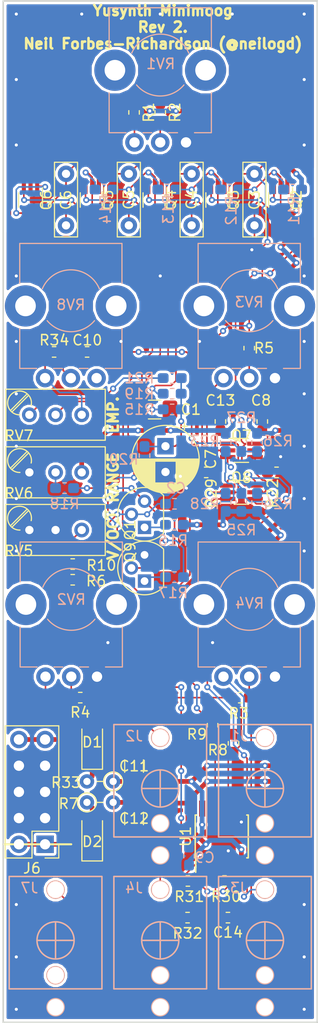
<source format=kicad_pcb>
(kicad_pcb (version 20171130) (host pcbnew 5.0.2-bee76a0~70~ubuntu18.04.1)
  (layers (0 F.Cu signal) (31 B.Cu signal) (34 B.Paste user hide) (35 F.Paste user hide) (36 B.SilkS user) (37 F.SilkS user) (38 B.Mask user hide) (39 F.Mask user hide) (44 Edge.Cuts user))
  (net 0 "")
  (net 1 "Net-(C7-Pad1)")
  (net 2 "Net-(Q4-Pad2)")
  (net 3 "Net-(C2-Pad1)")
  (net 4 "Net-(R10-Pad2)")
  (net 5 "Net-(R5-Pad2)")
  (net 6 "Net-(R3-Pad1)")
  (net 7 "Net-(R4-Pad2)")
  (net 8 "Net-(R21-Pad1)")
  (net 9 "Net-(R2-Pad2)")
  (net 10 "Net-(R1-Pad2)")
  (net 11 +12V)
  (net 12 "Net-(Q2-Pad2)")
  (net 13 "Net-(Q3-Pad2)")
  (net 14 "Net-(R8-Pad1)")
  (net 15 -12V)
  (net 16 "Net-(R18-Pad1)")
  (net 17 "Net-(C8-Pad2)")
  (net 18 GND)
  (net 19 "Net-(C13-Pad2)")
  (net 20 "Net-(R3-Pad2)")
  (net 21 "Net-(C10-Pad1)")
  (net 22 "Net-(C14-Pad2)")
  (net 23 "Net-(R30-Pad1)")
  (net 24 "Net-(R31-Pad1)")
  (net 25 "Net-(J7-Pad2)")
  (net 26 "Net-(C1-Pad2)")
  (net 27 "Net-(C6-Pad2)")
  (net 28 "Net-(C3-Pad1)")
  (net 29 "Net-(C6-Pad1)")
  (net 30 "Net-(C13-Pad1)")
  (net 31 "Net-(C5-Pad1)")
  (net 32 "Net-(C5-Pad2)")
  (net 33 "Net-(C4-Pad2)")
  (net 34 "Net-(C4-Pad1)")
  (net 35 "Net-(D2-Pad1)")
  (net 36 "Net-(D1-Pad2)")
  (net 37 "Net-(Q1-Pad3)")
  (net 38 "Net-(C14-Pad1)")
  (net 39 "Net-(C1-Pad1)")
  (net 40 "Net-(C10-Pad2)")
  (net 41 "Net-(Q7-Pad4)")
  (net 42 "Net-(Q7-Pad3)")
  (net 43 "Net-(Q8-Pad1)")
  (net 44 "Net-(Q7-Pad1)")
  (net 45 "Net-(Q6-Pad1)")
  (net 46 "Net-(Q5-Pad2)")
  (net 47 "Net-(Q6-Pad2)")
  (net 48 "Net-(D2-Pad2)")
  (net 49 "Net-(D1-Pad1)")
  (net 50 "Net-(J4-Pad3)")
  (net 51 "Net-(J7-Pad3)")
  (net 52 "Net-(J1-Pad3)")
  (net 53 "Net-(J3-Pad3)")
  (net 54 "Net-(J2-Pad3)")
  (net 55 "Net-(Q9-Pad1)")
  (net 56 "Net-(Q1-Pad1)")
  (net 57 "Net-(RV8-Pad3)")
  (net 58 "Net-(R34-Pad2)")
  (module Resistor_SMD:R_0603_1608Metric_Pad1.05x0.95mm_HandSolder (layer F.Cu) (at 129.399 72.136 180)
    (fp_text reference R34 (at -0.014 1.143 180) (layer F.SilkS))
    (fp_text value 100k)
    (pad 1 smd roundrect (at -0.875 0 180) (size 1.05 0.95) (layers F.Cu F.Paste F.Mask) (net 40 "Net-(C10-Pad2)"))
    (pad 2 smd roundrect (at 0.875 0 180) (size 1.05 0.95) (layers F.Cu F.Paste F.Mask) (net 58 "Net-(R34-Pad2)"))
  )
  (module Capacitor_THT:CP_Radial_D6.3mm_P2.50mm (layer F.Cu) (at 140.208 81.28 270)
    (fp_text reference C7 (at 1.25 -4.4 270) (layer F.SilkS))
    (fp_text value 220u)
    (pad 1 thru_hole rect (at 0 0 270) (size 1.6 1.6) (drill 0.8) (layers *.Cu *.Mask) (net 1 "Net-(C7-Pad1)"))
    (pad 2 thru_hole circle (at 2.5 0 270) (size 1.6 1.6) (drill 0.8) (layers *.Cu *.Mask) (net 18 GND))
  )
  (module Capacitor_SMD:C_0603_1608Metric_Pad1.05x0.95mm_HandSolder (layer F.Cu) (at 146.2675 127 180)
    (fp_text reference C14 (at 0 -1.43 180) (layer F.SilkS))
    (fp_text value 10u)
    (pad 2 smd roundrect (at 0.875 0 180) (size 1.05 0.95) (layers F.Cu F.Paste F.Mask) (net 22 "Net-(C14-Pad2)"))
    (pad 1 smd roundrect (at -0.875 0 180) (size 1.05 0.95) (layers F.Cu F.Paste F.Mask) (net 38 "Net-(C14-Pad1)"))
  )
  (module Capacitor_SMD:C_0603_1608Metric_Pad1.05x0.95mm_HandSolder (layer F.Cu) (at 132.602 72.136 180)
    (fp_text reference C10 (at -0.014 1.143 180) (layer F.SilkS))
    (fp_text value 10u)
    (pad 1 smd roundrect (at -0.875 0 180) (size 1.05 0.95) (layers F.Cu F.Paste F.Mask) (net 21 "Net-(C10-Pad1)"))
    (pad 2 smd roundrect (at 0.875 0 180) (size 1.05 0.95) (layers F.Cu F.Paste F.Mask) (net 40 "Net-(C10-Pad2)"))
  )
  (module Resistor_THT:R_Axial_DIN0204_L3.6mm_D1.6mm_P2.54mm_Vertical (layer F.Cu) (at 135.128 113.792 180)
    (fp_text reference R7 (at 4.318 -2.159 180) (layer F.SilkS))
    (fp_text value 10)
    (pad 1 thru_hole circle (at 0 0 180) (size 1.4 1.4) (drill 0.7) (layers *.Cu *.Mask) (net 11 +12V))
    (pad 2 thru_hole oval (at 2.54 0 180) (size 1.4 1.4) (drill 0.7) (layers *.Cu *.Mask) (net 49 "Net-(D1-Pad1)"))
  )
  (module Resistor_THT:R_Axial_DIN0204_L3.6mm_D1.6mm_P2.54mm_Vertical (layer F.Cu) (at 132.588 115.824)
    (fp_text reference R33 (at -2.032 -1.92) (layer F.SilkS))
    (fp_text value 10)
    (pad 1 thru_hole circle (at 0 0) (size 1.4 1.4) (drill 0.7) (layers *.Cu *.Mask) (net 48 "Net-(D2-Pad2)"))
    (pad 2 thru_hole oval (at 2.54 0) (size 1.4 1.4) (drill 0.7) (layers *.Cu *.Mask) (net 15 -12V))
  )
  (module Package_TO_SOT_THT:TO-92 (layer F.Cu) (at 138.176 89.154 90)
    (fp_text reference Q1 (at -0.254 -1.397 90) (layer F.SilkS))
    (fp_text value BC557)
    (pad 1 thru_hole rect (at 0 0 180) (size 1.3 1.3) (drill 0.75) (layers *.Cu *.Mask) (net 56 "Net-(Q1-Pad1)"))
    (pad 3 thru_hole circle (at 2.54 0 180) (size 1.3 1.3) (drill 0.75) (layers *.Cu *.Mask) (net 37 "Net-(Q1-Pad3)"))
    (pad 2 thru_hole circle (at 1.27 -1.27 180) (size 1.3 1.3) (drill 0.75) (layers *.Cu *.Mask) (net 3 "Net-(C2-Pad1)"))
  )
  (module Package_TO_SOT_THT:TO-92 (layer F.Cu) (at 138.176 94.361 90)
    (fp_text reference Q9 (at 2.794 -1.397 90) (layer F.SilkS))
    (fp_text value BC547)
    (pad 2 thru_hole circle (at 1.27 -1.27 180) (size 1.3 1.3) (drill 0.75) (layers *.Cu *.Mask) (net 37 "Net-(Q1-Pad3)"))
    (pad 3 thru_hole circle (at 2.54 0 180) (size 1.3 1.3) (drill 0.75) (layers *.Cu *.Mask) (net 18 GND))
    (pad 1 thru_hole rect (at 0 0 180) (size 1.3 1.3) (drill 0.75) (layers *.Cu *.Mask) (net 55 "Net-(Q9-Pad1)"))
  )
  (module Diode_SMD:D_SOD-123 (layer F.Cu) (at 133.096 119.254 90)
    (fp_text reference D2 (at -0.38 0 -180) (layer F.SilkS))
    (fp_text value 1N4004)
    (pad 1 smd rect (at -1.65 0 90) (size 0.9 1.2) (layers F.Cu F.Paste F.Mask) (net 35 "Net-(D2-Pad1)"))
    (pad 2 smd rect (at 1.65 0 90) (size 0.9 1.2) (layers F.Cu F.Paste F.Mask) (net 48 "Net-(D2-Pad2)"))
  )
  (module Diode_SMD:D_SOD-123 (layer F.Cu) (at 133.096 110.362 90)
    (fp_text reference D1 (at 0.38 0 -180) (layer F.SilkS))
    (fp_text value 1N4004)
    (pad 2 smd rect (at 1.65 0 90) (size 0.9 1.2) (layers F.Cu F.Paste F.Mask) (net 36 "Net-(D1-Pad2)"))
    (pad 1 smd rect (at -1.65 0 90) (size 0.9 1.2) (layers F.Cu F.Paste F.Mask) (net 49 "Net-(D1-Pad1)"))
  )
  (module Pin_Headers:Pin_Header_Straight_2x05_Pitch2.54mm (layer F.Cu) (at 128.524 119.888 180)
    (fp_text reference J6 (at 1.27 -2.33) (layer F.SilkS))
    (fp_text value EURO_PWR_2x5)
    (pad 10 thru_hole oval (at 2.54 10.16 180) (size 1.7 1.7) (drill 1) (layers *.Cu *.Mask) (net 36 "Net-(D1-Pad2)"))
    (pad 9 thru_hole oval (at 0 10.16 180) (size 1.7 1.7) (drill 1) (layers *.Cu *.Mask) (net 36 "Net-(D1-Pad2)"))
    (pad 8 thru_hole oval (at 2.54 7.62 180) (size 1.7 1.7) (drill 1) (layers *.Cu *.Mask) (net 18 GND))
    (pad 7 thru_hole oval (at 0 7.62 180) (size 1.7 1.7) (drill 1) (layers *.Cu *.Mask) (net 18 GND))
    (pad 6 thru_hole oval (at 2.54 5.08 180) (size 1.7 1.7) (drill 1) (layers *.Cu *.Mask) (net 18 GND))
    (pad 5 thru_hole oval (at 0 5.08 180) (size 1.7 1.7) (drill 1) (layers *.Cu *.Mask) (net 18 GND))
    (pad 4 thru_hole oval (at 2.54 2.54 180) (size 1.7 1.7) (drill 1) (layers *.Cu *.Mask) (net 18 GND))
    (pad 3 thru_hole oval (at 0 2.54 180) (size 1.7 1.7) (drill 1) (layers *.Cu *.Mask) (net 18 GND))
    (pad 2 thru_hole oval (at 2.54 0 180) (size 1.7 1.7) (drill 1) (layers *.Cu *.Mask) (net 35 "Net-(D2-Pad1)"))
    (pad 1 thru_hole rect (at 0 0 180) (size 1.7 1.7) (drill 1) (layers *.Cu *.Mask) (net 35 "Net-(D2-Pad1)"))
  )
  (module Package_SO:SOIC-8_3.9x4.9mm_P1.27mm (layer F.Cu) (at 145.669 119.126 90)
    (fp_text reference U1 (at 0 -3.5 90) (layer F.SilkS))
    (fp_text value TL072)
    (pad 1 smd rect (at -2.7 -1.905 90) (size 1.55 0.6) (layers F.Cu F.Paste F.Mask) (net 24 "Net-(R31-Pad1)"))
    (pad 2 smd rect (at -2.7 -0.635 90) (size 1.55 0.6) (layers F.Cu F.Paste F.Mask) (net 23 "Net-(R30-Pad1)"))
    (pad 3 smd rect (at -2.7 0.635 90) (size 1.55 0.6) (layers F.Cu F.Paste F.Mask) (net 18 GND))
    (pad 4 smd rect (at -2.7 1.905 90) (size 1.55 0.6) (layers F.Cu F.Paste F.Mask) (net 15 -12V))
    (pad 5 smd rect (at 2.7 1.905 90) (size 1.55 0.6) (layers F.Cu F.Paste F.Mask) (net 18 GND))
    (pad 6 smd rect (at 2.7 0.635 90) (size 1.55 0.6) (layers F.Cu F.Paste F.Mask) (net 6 "Net-(R3-Pad1)"))
    (pad 7 smd rect (at 2.7 -0.635 90) (size 1.55 0.6) (layers F.Cu F.Paste F.Mask) (net 14 "Net-(R8-Pad1)"))
    (pad 8 smd rect (at 2.7 -1.905 90) (size 1.55 0.6) (layers F.Cu F.Paste F.Mask) (net 11 +12V))
  )
  (module Resistor_SMD:R_0603_1608Metric_Pad1.05x0.95mm_HandSolder (layer B.Cu) (at 146.05 86.727 270)
    (fp_text reference R28 (at 0.141 2.032) (layer B.SilkS) (effects (justify mirror)))
    (fp_text value 200k)
    (pad 2 smd roundrect (at 0.875 0 270) (size 1.05 0.95) (layers B.Cu B.Paste B.Mask) (net 15 -12V))
    (pad 1 smd roundrect (at -0.875 0 270) (size 1.05 0.95) (layers B.Cu B.Paste B.Mask) (net 44 "Net-(Q7-Pad1)"))
  )
  (module Capacitor_THT:C_Rect_L7.0mm_W2.0mm_P5.00mm (layer F.Cu) (at 130.556 54.864 270)
    (fp_text reference C6 (at 2.54 0 270) (layer F.SilkS))
    (fp_text value 47n)
    (pad 2 thru_hole circle (at 5 0 270) (size 1.6 1.6) (drill 0.8) (layers *.Cu *.Mask) (net 27 "Net-(C6-Pad2)"))
    (pad 1 thru_hole circle (at 0 0 270) (size 1.6 1.6) (drill 0.8) (layers *.Cu *.Mask) (net 29 "Net-(C6-Pad1)"))
  )
  (module Capacitor_THT:C_Rect_L7.0mm_W2.0mm_P5.00mm (layer F.Cu) (at 136.652 59.864 90)
    (fp_text reference C5 (at 2.5 0 90) (layer F.SilkS))
    (fp_text value 47n)
    (pad 1 thru_hole circle (at 0 0 90) (size 1.6 1.6) (drill 0.8) (layers *.Cu *.Mask) (net 31 "Net-(C5-Pad1)"))
    (pad 2 thru_hole circle (at 5 0 90) (size 1.6 1.6) (drill 0.8) (layers *.Cu *.Mask) (net 32 "Net-(C5-Pad2)"))
  )
  (module Capacitor_THT:C_Rect_L7.0mm_W2.0mm_P5.00mm (layer F.Cu) (at 142.748 54.864 270)
    (fp_text reference C4 (at 2.5 0 270) (layer F.SilkS))
    (fp_text value 47n)
    (pad 2 thru_hole circle (at 5 0 270) (size 1.6 1.6) (drill 0.8) (layers *.Cu *.Mask) (net 33 "Net-(C4-Pad2)"))
    (pad 1 thru_hole circle (at 0 0 270) (size 1.6 1.6) (drill 0.8) (layers *.Cu *.Mask) (net 34 "Net-(C4-Pad1)"))
  )
  (module Capacitor_THT:C_Rect_L7.0mm_W2.0mm_P5.00mm (layer F.Cu) (at 148.844 54.864 270)
    (fp_text reference C3 (at 2.54 0 270) (layer F.SilkS))
    (fp_text value 47n)
    (pad 1 thru_hole circle (at 0 0 270) (size 1.6 1.6) (drill 0.8) (layers *.Cu *.Mask) (net 28 "Net-(C3-Pad1)"))
    (pad 2 thru_hole circle (at 5 0 270) (size 1.6 1.6) (drill 0.8) (layers *.Cu *.Mask) (net 30 "Net-(C13-Pad1)"))
  )
  (module Package_TO_SOT_SMD:SOT-363_SC-70-6_Handsoldering (layer F.Cu) (at 133.096 57.404 270)
    (fp_text reference Q5 (at 0 -1.524 270) (layer F.SilkS))
    (fp_text value NPN)
    (pad 1 smd rect (at -1.33 -0.65 270) (size 1.5 0.4) (layers F.Cu F.Paste F.Mask) (net 29 "Net-(C6-Pad1)"))
    (pad 2 smd rect (at -1.33 0 270) (size 1.5 0.4) (layers F.Cu F.Paste F.Mask) (net 46 "Net-(Q5-Pad2)"))
    (pad 3 smd rect (at -1.33 0.65 270) (size 1.5 0.4) (layers F.Cu F.Paste F.Mask) (net 31 "Net-(C5-Pad1)"))
    (pad 4 smd rect (at 1.33 0.65 270) (size 1.5 0.4) (layers F.Cu F.Paste F.Mask) (net 27 "Net-(C6-Pad2)"))
    (pad 5 smd rect (at 1.33 0 270) (size 1.5 0.4) (layers F.Cu F.Paste F.Mask) (net 46 "Net-(Q5-Pad2)"))
    (pad 6 smd rect (at 1.33 -0.65 270) (size 1.5 0.4) (layers F.Cu F.Paste F.Mask) (net 32 "Net-(C5-Pad2)"))
  )
  (module Package_TO_SOT_SMD:SOT-363_SC-70-6_Handsoldering (layer F.Cu) (at 147.574 85.750751)
    (fp_text reference Q8 (at 0 -1.422751 180) (layer F.SilkS))
    (fp_text value NPN)
    (pad 6 smd rect (at 1.33 -0.65) (size 1.5 0.4) (layers F.Cu F.Paste F.Mask) (net 38 "Net-(C14-Pad1)"))
    (pad 5 smd rect (at 1.33 0) (size 1.5 0.4) (layers F.Cu F.Paste F.Mask) (net 41 "Net-(Q7-Pad4)"))
    (pad 4 smd rect (at 1.33 0.65) (size 1.5 0.4) (layers F.Cu F.Paste F.Mask) (net 43 "Net-(Q8-Pad1)"))
    (pad 3 smd rect (at -1.33 0.65) (size 1.5 0.4) (layers F.Cu F.Paste F.Mask) (net 42 "Net-(Q7-Pad3)"))
    (pad 2 smd rect (at -1.33 0) (size 1.5 0.4) (layers F.Cu F.Paste F.Mask) (net 44 "Net-(Q7-Pad1)"))
    (pad 1 smd rect (at -1.33 -0.65) (size 1.5 0.4) (layers F.Cu F.Paste F.Mask) (net 43 "Net-(Q8-Pad1)"))
  )
  (module Package_TO_SOT_SMD:SOT-363_SC-70-6_Handsoldering (layer F.Cu) (at 147.574 81.686751)
    (fp_text reference Q7 (at 0 -1.422751) (layer F.SilkS))
    (fp_text value NPN)
    (pad 1 smd rect (at -1.33 -0.65) (size 1.5 0.4) (layers F.Cu F.Paste F.Mask) (net 44 "Net-(Q7-Pad1)"))
    (pad 2 smd rect (at -1.33 0) (size 1.5 0.4) (layers F.Cu F.Paste F.Mask) (net 19 "Net-(C13-Pad2)"))
    (pad 3 smd rect (at -1.33 0.65) (size 1.5 0.4) (layers F.Cu F.Paste F.Mask) (net 42 "Net-(Q7-Pad3)"))
    (pad 4 smd rect (at 1.33 0.65) (size 1.5 0.4) (layers F.Cu F.Paste F.Mask) (net 41 "Net-(Q7-Pad4)"))
    (pad 5 smd rect (at 1.33 0) (size 1.5 0.4) (layers F.Cu F.Paste F.Mask) (net 17 "Net-(C8-Pad2)"))
    (pad 6 smd rect (at 1.33 -0.65) (size 1.5 0.4) (layers F.Cu F.Paste F.Mask) (net 38 "Net-(C14-Pad1)"))
  )
  (module Package_TO_SOT_SMD:SOT-363_SC-70-6_Handsoldering (layer F.Cu) (at 139.192 57.404 270)
    (fp_text reference Q4 (at 0 -1.524 270) (layer F.SilkS))
    (fp_text value NPN)
    (pad 6 smd rect (at 1.33 -0.65 270) (size 1.5 0.4) (layers F.Cu F.Paste F.Mask) (net 34 "Net-(C4-Pad1)"))
    (pad 5 smd rect (at 1.33 0 270) (size 1.5 0.4) (layers F.Cu F.Paste F.Mask) (net 2 "Net-(Q4-Pad2)"))
    (pad 4 smd rect (at 1.33 0.65 270) (size 1.5 0.4) (layers F.Cu F.Paste F.Mask) (net 31 "Net-(C5-Pad1)"))
    (pad 3 smd rect (at -1.33 0.65 270) (size 1.5 0.4) (layers F.Cu F.Paste F.Mask) (net 33 "Net-(C4-Pad2)"))
    (pad 2 smd rect (at -1.33 0 270) (size 1.5 0.4) (layers F.Cu F.Paste F.Mask) (net 2 "Net-(Q4-Pad2)"))
    (pad 1 smd rect (at -1.33 -0.65 270) (size 1.5 0.4) (layers F.Cu F.Paste F.Mask) (net 32 "Net-(C5-Pad2)"))
  )
  (module Package_TO_SOT_SMD:SOT-363_SC-70-6_Handsoldering (layer F.Cu) (at 145.288 57.404 270)
    (fp_text reference Q3 (at 0 -1.524 270) (layer F.SilkS))
    (fp_text value NPN)
    (pad 1 smd rect (at -1.33 -0.65 270) (size 1.5 0.4) (layers F.Cu F.Paste F.Mask) (net 34 "Net-(C4-Pad1)"))
    (pad 2 smd rect (at -1.33 0 270) (size 1.5 0.4) (layers F.Cu F.Paste F.Mask) (net 13 "Net-(Q3-Pad2)"))
    (pad 3 smd rect (at -1.33 0.65 270) (size 1.5 0.4) (layers F.Cu F.Paste F.Mask) (net 30 "Net-(C13-Pad1)"))
    (pad 4 smd rect (at 1.33 0.65 270) (size 1.5 0.4) (layers F.Cu F.Paste F.Mask) (net 33 "Net-(C4-Pad2)"))
    (pad 5 smd rect (at 1.33 0 270) (size 1.5 0.4) (layers F.Cu F.Paste F.Mask) (net 13 "Net-(Q3-Pad2)"))
    (pad 6 smd rect (at 1.33 -0.65 270) (size 1.5 0.4) (layers F.Cu F.Paste F.Mask) (net 28 "Net-(C3-Pad1)"))
  )
  (module Package_TO_SOT_SMD:SOT-363_SC-70-6_Handsoldering (layer F.Cu) (at 151.384 57.404 270)
    (fp_text reference Q2 (at 0 -1.524 270) (layer F.SilkS))
    (fp_text value NPN)
    (pad 6 smd rect (at 1.33 -0.65 270) (size 1.5 0.4) (layers F.Cu F.Paste F.Mask) (net 11 +12V))
    (pad 5 smd rect (at 1.33 0 270) (size 1.5 0.4) (layers F.Cu F.Paste F.Mask) (net 12 "Net-(Q2-Pad2)"))
    (pad 4 smd rect (at 1.33 0.65 270) (size 1.5 0.4) (layers F.Cu F.Paste F.Mask) (net 30 "Net-(C13-Pad1)"))
    (pad 3 smd rect (at -1.33 0.65 270) (size 1.5 0.4) (layers F.Cu F.Paste F.Mask) (net 11 +12V))
    (pad 2 smd rect (at -1.33 0 270) (size 1.5 0.4) (layers F.Cu F.Paste F.Mask) (net 12 "Net-(Q2-Pad2)"))
    (pad 1 smd rect (at -1.33 -0.65 270) (size 1.5 0.4) (layers F.Cu F.Paste F.Mask) (net 28 "Net-(C3-Pad1)"))
  )
  (module Package_TO_SOT_SMD:SOT-363_SC-70-6_Handsoldering (layer F.Cu) (at 127.112 57.404 270)
    (fp_text reference Q6 (at 0 -1.524 270) (layer F.SilkS))
    (fp_text value NPN)
    (pad 1 smd rect (at -1.33 -0.65 270) (size 1.5 0.4) (layers F.Cu F.Paste F.Mask) (net 45 "Net-(Q6-Pad1)"))
    (pad 2 smd rect (at -1.33 0 270) (size 1.5 0.4) (layers F.Cu F.Paste F.Mask) (net 47 "Net-(Q6-Pad2)"))
    (pad 3 smd rect (at -1.33 0.65 270) (size 1.5 0.4) (layers F.Cu F.Paste F.Mask) (net 27 "Net-(C6-Pad2)"))
    (pad 4 smd rect (at 1.33 0.65 270) (size 1.5 0.4) (layers F.Cu F.Paste F.Mask) (net 45 "Net-(Q6-Pad1)"))
    (pad 5 smd rect (at 1.33 0 270) (size 1.5 0.4) (layers F.Cu F.Paste F.Mask) (net 39 "Net-(C1-Pad1)"))
    (pad 6 smd rect (at 1.33 -0.65 270) (size 1.5 0.4) (layers F.Cu F.Paste F.Mask) (net 29 "Net-(C6-Pad1)"))
  )
  (module Capacitor_SMD:C_0603_1608Metric_Pad1.05x0.95mm_HandSolder (layer B.Cu) (at 141.083 86.868)
    (fp_text reference C2 (at 0.141 -1.524 -180) (layer B.SilkS) (effects (justify mirror)))
    (fp_text value 100p)
    (pad 2 smd roundrect (at 0.875 0) (size 1.05 0.95) (layers B.Cu B.Paste B.Mask) (net 18 GND))
    (pad 1 smd roundrect (at -0.875 0) (size 1.05 0.95) (layers B.Cu B.Paste B.Mask) (net 3 "Net-(C2-Pad1)"))
  )
  (module Capacitor_SMD:C_0603_1608Metric_Pad1.05x0.95mm_HandSolder (layer F.Cu) (at 145.542 78.881 270)
    (fp_text reference C13 (at -2.046 0 180) (layer F.SilkS))
    (fp_text value 220n)
    (pad 1 smd roundrect (at -0.875 0 270) (size 1.05 0.95) (layers F.Cu F.Paste F.Mask) (net 30 "Net-(C13-Pad1)"))
    (pad 2 smd roundrect (at 0.875 0 270) (size 1.05 0.95) (layers F.Cu F.Paste F.Mask) (net 19 "Net-(C13-Pad2)"))
  )
  (module Capacitor_SMD:C_0603_1608Metric_Pad1.05x0.95mm_HandSolder (layer F.Cu) (at 149.606 78.881 270)
    (fp_text reference C8 (at -2.046 0.127) (layer F.SilkS))
    (fp_text value 220n)
    (pad 2 smd roundrect (at 0.875 0 270) (size 1.05 0.95) (layers F.Cu F.Paste F.Mask) (net 17 "Net-(C8-Pad2)"))
    (pad 1 smd roundrect (at -0.875 0 270) (size 1.05 0.95) (layers F.Cu F.Paste F.Mask) (net 28 "Net-(C3-Pad1)"))
  )
  (module Capacitor_SMD:C_0603_1608Metric_Pad1.05x0.95mm_HandSolder (layer B.Cu) (at 142.494 121.031 270)
    (fp_text reference C9 (at 0.141 -1.524 180) (layer B.SilkS) (effects (justify mirror)))
    (fp_text value 100n)
    (pad 1 smd roundrect (at -0.875 0 270) (size 1.05 0.95) (layers B.Cu B.Paste B.Mask) (net 11 +12V))
    (pad 2 smd roundrect (at 0.875 0 270) (size 1.05 0.95) (layers B.Cu B.Paste B.Mask) (net 15 -12V))
  )
  (module Capacitor_SMD:C_1206_3216Metric_Pad1.42x1.75mm_HandSolder (layer F.Cu) (at 137.16 112.3045 90)
    (fp_text reference C11 (at 0 0 180) (layer F.SilkS))
    (fp_text value 22u)
    (pad 2 smd roundrect (at 1.4875 0 90) (size 1.425 1.75) (layers F.Cu F.Paste F.Mask) (roundrect_rratio 0.175439) (net 18 GND))
    (pad 1 smd roundrect (at -1.4875 0 90) (size 1.425 1.75) (layers F.Cu F.Paste F.Mask) (roundrect_rratio 0.175439) (net 11 +12V))
  )
  (module Capacitor_SMD:C_1206_3216Metric_Pad1.42x1.75mm_HandSolder (layer F.Cu) (at 137.16 117.3845 90)
    (fp_text reference C12 (at 0 0 180) (layer F.SilkS))
    (fp_text value 22u)
    (pad 1 smd roundrect (at -1.4875 0 90) (size 1.425 1.75) (layers F.Cu F.Paste F.Mask) (roundrect_rratio 0.175439) (net 18 GND))
    (pad 2 smd roundrect (at 1.4875 0 90) (size 1.425 1.75) (layers F.Cu F.Paste F.Mask) (roundrect_rratio 0.175439) (net 15 -12V))
  )
  (module Capacitor_SMD:C_1206_3216Metric_Pad1.42x1.75mm_HandSolder (layer F.Cu) (at 139.1555 77.724 180)
    (fp_text reference C1 (at -3.5195 0) (layer F.SilkS))
    (fp_text value 10u)
    (pad 1 smd roundrect (at -1.4875 0 180) (size 1.425 1.75) (layers F.Cu F.Paste F.Mask) (roundrect_rratio 0.175439) (net 39 "Net-(C1-Pad1)"))
    (pad 2 smd roundrect (at 1.4875 0 180) (size 1.425 1.75) (layers F.Cu F.Paste F.Mask) (roundrect_rratio 0.175439) (net 26 "Net-(C1-Pad2)"))
  )
  (module Resistor_SMD:R_0603_1608Metric_Pad1.05x0.95mm_HandSolder (layer F.Cu) (at 137.16 48.909 270)
    (fp_text reference R1 (at 0 -1.43 270) (layer F.SilkS))
    (fp_text value 680)
    (pad 2 smd roundrect (at 0.875 0 270) (size 1.05 0.95) (layers F.Cu F.Paste F.Mask) (net 10 "Net-(R1-Pad2)"))
    (pad 1 smd roundrect (at -0.875 0 270) (size 1.05 0.95) (layers F.Cu F.Paste F.Mask) (net 11 +12V))
  )
  (module Resistor_SMD:R_0603_1608Metric_Pad1.05x0.95mm_HandSolder (layer B.Cu) (at 146.05 80.913 270)
    (fp_text reference R23 (at -0.141 2.032) (layer B.SilkS) (effects (justify mirror)))
    (fp_text value 22)
    (pad 2 smd roundrect (at 0.875 0 270) (size 1.05 0.95) (layers B.Cu B.Paste B.Mask) (net 42 "Net-(Q7-Pad3)"))
    (pad 1 smd roundrect (at -0.875 0 270) (size 1.05 0.95) (layers B.Cu B.Paste B.Mask) (net 11 +12V))
  )
  (module Resistor_SMD:R_0603_1608Metric_Pad1.05x0.95mm_HandSolder (layer F.Cu) (at 131.205 92.71 180)
    (fp_text reference R10 (at -2.78 -0.127) (layer F.SilkS))
    (fp_text value 1.8k)
    (pad 2 smd roundrect (at 0.875 0 180) (size 1.05 0.95) (layers F.Cu F.Paste F.Mask) (net 4 "Net-(R10-Pad2)"))
    (pad 1 smd roundrect (at -0.875 0 180) (size 1.05 0.95) (layers F.Cu F.Paste F.Mask) (net 3 "Net-(C2-Pad1)"))
  )
  (module Resistor_SMD:R_0603_1608Metric_Pad1.05x0.95mm_HandSolder (layer B.Cu) (at 152.541 56.388 180)
    (fp_text reference R11 (at -0.141 -2.032 90) (layer B.SilkS) (effects (justify mirror)))
    (fp_text value 330)
    (pad 1 smd roundrect (at -0.875 0 180) (size 1.05 0.95) (layers B.Cu B.Paste B.Mask) (net 11 +12V))
    (pad 2 smd roundrect (at 0.875 0 180) (size 1.05 0.95) (layers B.Cu B.Paste B.Mask) (net 12 "Net-(Q2-Pad2)"))
  )
  (module Resistor_SMD:R_0603_1608Metric_Pad1.05x0.95mm_HandSolder (layer B.Cu) (at 146.445 56.388 180)
    (fp_text reference R12 (at -0.141 -2.032 90) (layer B.SilkS) (effects (justify mirror)))
    (fp_text value 150)
    (pad 2 smd roundrect (at 0.875 0 180) (size 1.05 0.95) (layers B.Cu B.Paste B.Mask) (net 13 "Net-(Q3-Pad2)"))
    (pad 1 smd roundrect (at -0.875 0 180) (size 1.05 0.95) (layers B.Cu B.Paste B.Mask) (net 12 "Net-(Q2-Pad2)"))
  )
  (module Resistor_SMD:R_0603_1608Metric_Pad1.05x0.95mm_HandSolder (layer B.Cu) (at 140.349 56.388 180)
    (fp_text reference R13 (at -0.141 -1.905 90) (layer B.SilkS) (effects (justify mirror)))
    (fp_text value 150)
    (pad 1 smd roundrect (at -0.875 0 180) (size 1.05 0.95) (layers B.Cu B.Paste B.Mask) (net 13 "Net-(Q3-Pad2)"))
    (pad 2 smd roundrect (at 0.875 0 180) (size 1.05 0.95) (layers B.Cu B.Paste B.Mask) (net 2 "Net-(Q4-Pad2)"))
  )
  (module Resistor_SMD:R_0603_1608Metric_Pad1.05x0.95mm_HandSolder (layer B.Cu) (at 134.253 56.388 180)
    (fp_text reference R14 (at -0.141 -1.905 90) (layer B.SilkS) (effects (justify mirror)))
    (fp_text value 150)
    (pad 2 smd roundrect (at 0.875 0 180) (size 1.05 0.95) (layers B.Cu B.Paste B.Mask) (net 46 "Net-(Q5-Pad2)"))
    (pad 1 smd roundrect (at -0.875 0 180) (size 1.05 0.95) (layers B.Cu B.Paste B.Mask) (net 2 "Net-(Q4-Pad2)"))
  )
  (module Resistor_SMD:R_0603_1608Metric_Pad1.05x0.95mm_HandSolder (layer F.Cu) (at 146.812 110.095 270)
    (fp_text reference R8 (at 0.649 1.524 180) (layer F.SilkS))
    (fp_text value 56k)
    (pad 1 smd roundrect (at -0.875 0 270) (size 1.05 0.95) (layers F.Cu F.Paste F.Mask) (net 14 "Net-(R8-Pad1)"))
    (pad 2 smd roundrect (at 0.875 0 270) (size 1.05 0.95) (layers F.Cu F.Paste F.Mask) (net 6 "Net-(R3-Pad1)"))
  )
  (module Resistor_SMD:R_0603_1608Metric_Pad1.05x0.95mm_HandSolder (layer F.Cu) (at 139.7 48.909 270)
    (fp_text reference R2 (at 0 -1.43 270) (layer F.SilkS))
    (fp_text value 150k)
    (pad 2 smd roundrect (at 0.875 0 270) (size 1.05 0.95) (layers F.Cu F.Paste F.Mask) (net 9 "Net-(R2-Pad2)"))
    (pad 1 smd roundrect (at -0.875 0 270) (size 1.05 0.95) (layers F.Cu F.Paste F.Mask) (net 3 "Net-(C2-Pad1)"))
  )
  (module Resistor_SMD:R_0603_1608Metric_Pad1.05x0.95mm_HandSolder (layer F.Cu) (at 147.461 105.664)
    (fp_text reference R3 (at -0.141 1.524 180) (layer F.SilkS))
    (fp_text value 120k)
    (pad 1 smd roundrect (at -0.875 0) (size 1.05 0.95) (layers F.Cu F.Paste F.Mask) (net 6 "Net-(R3-Pad1)"))
    (pad 2 smd roundrect (at 0.875 0) (size 1.05 0.95) (layers F.Cu F.Paste F.Mask) (net 20 "Net-(R3-Pad2)"))
  )
  (module Resistor_SMD:R_0603_1608Metric_Pad1.05x0.95mm_HandSolder (layer F.Cu) (at 131.939 105.664 180)
    (fp_text reference R4 (at 0 -1.43 180) (layer F.SilkS))
    (fp_text value 120k)
    (pad 2 smd roundrect (at 0.875 0 180) (size 1.05 0.95) (layers F.Cu F.Paste F.Mask) (net 7 "Net-(R4-Pad2)"))
    (pad 1 smd roundrect (at -0.875 0 180) (size 1.05 0.95) (layers F.Cu F.Paste F.Mask) (net 6 "Net-(R3-Pad1)"))
  )
  (module Resistor_SMD:R_0603_1608Metric_Pad1.05x0.95mm_HandSolder (layer F.Cu) (at 148.336 71.769 270)
    (fp_text reference R5 (at 0 -1.43) (layer F.SilkS))
    (fp_text value 100k)
    (pad 1 smd roundrect (at -0.875 0 270) (size 1.05 0.95) (layers F.Cu F.Paste F.Mask) (net 3 "Net-(C2-Pad1)"))
    (pad 2 smd roundrect (at 0.875 0 270) (size 1.05 0.95) (layers F.Cu F.Paste F.Mask) (net 5 "Net-(R5-Pad2)"))
  )
  (module Resistor_SMD:R_0603_1608Metric_Pad1.05x0.95mm_HandSolder (layer F.Cu) (at 131.205 94.234 180)
    (fp_text reference R6 (at -2.272 -0.127) (layer F.SilkS))
    (fp_text value 100k)
    (pad 2 smd roundrect (at 0.875 0 180) (size 1.05 0.95) (layers F.Cu F.Paste F.Mask) (net 50 "Net-(J4-Pad3)"))
    (pad 1 smd roundrect (at -0.875 0 180) (size 1.05 0.95) (layers F.Cu F.Paste F.Mask) (net 3 "Net-(C2-Pad1)"))
  )
  (module Resistor_SMD:R_0603_1608Metric_Pad1.05x0.95mm_HandSolder (layer B.Cu) (at 140.857 77.711574)
    (fp_text reference R15 (at -3.189 0.012426) (layer B.SilkS) (effects (justify mirror)))
    (fp_text value 470)
    (pad 2 smd roundrect (at 0.875 0) (size 1.05 0.95) (layers B.Cu B.Paste B.Mask) (net 1 "Net-(C7-Pad1)"))
    (pad 1 smd roundrect (at -0.875 0) (size 1.05 0.95) (layers B.Cu B.Paste B.Mask) (net 39 "Net-(C1-Pad1)"))
  )
  (module Resistor_SMD:R_0603_1608Metric_Pad1.05x0.95mm_HandSolder (layer F.Cu) (at 144.78 108.345 270)
    (fp_text reference R9 (at 0.875 1.524 180) (layer F.SilkS))
    (fp_text value 10k)
    (pad 1 smd roundrect (at -0.875 0 270) (size 1.05 0.95) (layers F.Cu F.Paste F.Mask) (net 26 "Net-(C1-Pad2)"))
    (pad 2 smd roundrect (at 0.875 0 270) (size 1.05 0.95) (layers F.Cu F.Paste F.Mask) (net 14 "Net-(R8-Pad1)"))
  )
  (module Resistor_SMD:R_0603_1608Metric_Pad1.05x0.95mm_HandSolder (layer B.Cu) (at 149.098 80.913 270)
    (fp_text reference R26 (at -0.141 -2.032 180) (layer B.SilkS) (effects (justify mirror)))
    (fp_text value 180)
    (pad 1 smd roundrect (at -0.875 0 270) (size 1.05 0.95) (layers B.Cu B.Paste B.Mask) (net 11 +12V))
    (pad 2 smd roundrect (at 0.875 0 270) (size 1.05 0.95) (layers B.Cu B.Paste B.Mask) (net 21 "Net-(C10-Pad1)"))
  )
  (module Resistor_SMD:R_0603_1608Metric_Pad1.05x0.95mm_HandSolder (layer B.Cu) (at 147.574 86.727 270)
    (fp_text reference R25 (at 2.681 0 180) (layer B.SilkS) (effects (justify mirror)))
    (fp_text value 910)
    (pad 2 smd roundrect (at 0.875 0 270) (size 1.05 0.95) (layers B.Cu B.Paste B.Mask) (net 15 -12V))
    (pad 1 smd roundrect (at -0.875 0 270) (size 1.05 0.95) (layers B.Cu B.Paste B.Mask) (net 43 "Net-(Q8-Pad1)"))
  )
  (module Resistor_SMD:R_0603_1608Metric_Pad1.05x0.95mm_HandSolder (layer F.Cu) (at 144.159 83.82 180)
    (fp_text reference R29 (at -0.494 -2.032 270) (layer F.SilkS))
    (fp_text value 47k)
    (pad 1 smd roundrect (at -0.875 0 180) (size 1.05 0.95) (layers F.Cu F.Paste F.Mask) (net 19 "Net-(C13-Pad2)"))
    (pad 2 smd roundrect (at 0.875 0 180) (size 1.05 0.95) (layers F.Cu F.Paste F.Mask) (net 18 GND))
  )
  (module Resistor_SMD:R_0603_1608Metric_Pad1.05x0.95mm_HandSolder (layer B.Cu) (at 149.098 86.727 270)
    (fp_text reference R24 (at 0.141 -2.032 180) (layer B.SilkS) (effects (justify mirror)))
    (fp_text value 200k)
    (pad 2 smd roundrect (at 0.875 0 270) (size 1.05 0.95) (layers B.Cu B.Paste B.Mask) (net 15 -12V))
    (pad 1 smd roundrect (at -0.875 0 270) (size 1.05 0.95) (layers B.Cu B.Paste B.Mask) (net 41 "Net-(Q7-Pad4)"))
  )
  (module Resistor_SMD:R_0603_1608Metric_Pad1.05x0.95mm_HandSolder (layer F.Cu) (at 145.937 123.444 180)
    (fp_text reference R30 (at -0.141 -1.524) (layer F.SilkS))
    (fp_text value 56k)
    (pad 1 smd roundrect (at -0.875 0 180) (size 1.05 0.95) (layers F.Cu F.Paste F.Mask) (net 23 "Net-(R30-Pad1)"))
    (pad 2 smd roundrect (at 0.875 0 180) (size 1.05 0.95) (layers F.Cu F.Paste F.Mask) (net 22 "Net-(C14-Pad2)"))
  )
  (module Resistor_SMD:R_0603_1608Metric_Pad1.05x0.95mm_HandSolder (layer F.Cu) (at 142.381 123.444)
    (fp_text reference R31 (at 0.141 1.524) (layer F.SilkS))
    (fp_text value 120k)
    (pad 2 smd roundrect (at 0.875 0) (size 1.05 0.95) (layers F.Cu F.Paste F.Mask) (net 23 "Net-(R30-Pad1)"))
    (pad 1 smd roundrect (at -0.875 0) (size 1.05 0.95) (layers F.Cu F.Paste F.Mask) (net 24 "Net-(R31-Pad1)"))
  )
  (module Resistor_SMD:R_0603_1608Metric_Pad1.05x0.95mm_HandSolder (layer F.Cu) (at 142.353 127)
    (fp_text reference R32 (at 0 1.524 180) (layer F.SilkS))
    (fp_text value 1k)
    (pad 1 smd roundrect (at -0.875 0) (size 1.05 0.95) (layers F.Cu F.Paste F.Mask) (net 51 "Net-(J7-Pad3)"))
    (pad 2 smd roundrect (at 0.875 0) (size 1.05 0.95) (layers F.Cu F.Paste F.Mask) (net 24 "Net-(R31-Pad1)"))
  )
  (module Resistor_SMD:R_0603_1608Metric_Pad1.05x0.95mm_HandSolder (layer F.Cu) (at 150.989 83.82)
    (fp_text reference R22 (at -0.367 2.032 270) (layer F.SilkS))
    (fp_text value 47k)
    (pad 2 smd roundrect (at 0.875 0) (size 1.05 0.95) (layers F.Cu F.Paste F.Mask) (net 18 GND))
    (pad 1 smd roundrect (at -0.875 0) (size 1.05 0.95) (layers F.Cu F.Paste F.Mask) (net 17 "Net-(C8-Pad2)"))
  )
  (module Resistor_SMD:R_0603_1608Metric_Pad1.05x0.95mm_HandSolder (layer B.Cu) (at 140.857 74.676)
    (fp_text reference R21 (at -3.189 0 -180) (layer B.SilkS) (effects (justify mirror)))
    (fp_text value 330)
    (pad 1 smd roundrect (at -0.875 0) (size 1.05 0.95) (layers B.Cu B.Paste B.Mask) (net 8 "Net-(R21-Pad1)"))
    (pad 2 smd roundrect (at 0.875 0) (size 1.05 0.95) (layers B.Cu B.Paste B.Mask) (net 1 "Net-(C7-Pad1)"))
  )
  (module Resistor_SMD:R_0603_1608Metric_Pad1.05x0.95mm_HandSolder (layer B.Cu) (at 138.176 82.186854 270)
    (fp_text reference R20 (at 0.367 2.032) (layer B.SilkS) (effects (justify mirror)))
    (fp_text value 220)
    (pad 2 smd roundrect (at 0.875 0 270) (size 1.05 0.95) (layers B.Cu B.Paste B.Mask) (net 18 GND))
    (pad 1 smd roundrect (at -0.875 0 270) (size 1.05 0.95) (layers B.Cu B.Paste B.Mask) (net 1 "Net-(C7-Pad1)"))
  )
  (module Resistor_SMD:R_0603_1608Metric_Pad1.05x0.95mm_HandSolder (layer B.Cu) (at 140.857 76.187574)
    (fp_text reference R19 (at -3.189 0.012426 180) (layer B.SilkS) (effects (justify mirror)))
    (fp_text value 150)
    (pad 1 smd roundrect (at -0.875 0) (size 1.05 0.95) (layers B.Cu B.Paste B.Mask) (net 46 "Net-(Q5-Pad2)"))
    (pad 2 smd roundrect (at 0.875 0) (size 1.05 0.95) (layers B.Cu B.Paste B.Mask) (net 1 "Net-(C7-Pad1)"))
  )
  (module Resistor_SMD:R_0603_1608Metric_Pad1.05x0.95mm_HandSolder (layer B.Cu) (at 130.415 85.344)
    (fp_text reference R18 (at 0 1.524 -180) (layer B.SilkS) (effects (justify mirror)))
    (fp_text value 100k)
    (pad 2 smd roundrect (at 0.875 0) (size 1.05 0.95) (layers B.Cu B.Paste B.Mask) (net 37 "Net-(Q1-Pad3)"))
    (pad 1 smd roundrect (at -0.875 0) (size 1.05 0.95) (layers B.Cu B.Paste B.Mask) (net 16 "Net-(R18-Pad1)"))
  )
  (module Resistor_SMD:R_0603_1608Metric_Pad1.05x0.95mm_HandSolder (layer B.Cu) (at 141.083 93.98 180)
    (fp_text reference R17 (at 0.141 -1.524) (layer B.SilkS) (effects (justify mirror)))
    (fp_text value 1k)
    (pad 1 smd roundrect (at -0.875 0 180) (size 1.05 0.95) (layers B.Cu B.Paste B.Mask) (net 45 "Net-(Q6-Pad1)"))
    (pad 2 smd roundrect (at 0.875 0 180) (size 1.05 0.95) (layers B.Cu B.Paste B.Mask) (net 55 "Net-(Q9-Pad1)"))
  )
  (module Resistor_SMD:R_0603_1608Metric_Pad1.05x0.95mm_HandSolder (layer B.Cu) (at 147.574 80.913 90)
    (fp_text reference R27 (at 2.399 0) (layer B.SilkS) (effects (justify mirror)))
    (fp_text value 1k)
    (pad 2 smd roundrect (at 0.875 0 90) (size 1.05 0.95) (layers B.Cu B.Paste B.Mask) (net 38 "Net-(C14-Pad1)"))
    (pad 1 smd roundrect (at -0.875 0 90) (size 1.05 0.95) (layers B.Cu B.Paste B.Mask) (net 21 "Net-(C10-Pad1)"))
  )
  (module Resistor_SMD:R_0603_1608Metric_Pad1.05x0.95mm_HandSolder (layer B.Cu) (at 141.083 88.9)
    (fp_text reference R16 (at -0.141 1.524) (layer B.SilkS) (effects (justify mirror)))
    (fp_text value 470)
    (pad 1 smd roundrect (at -0.875 0) (size 1.05 0.95) (layers B.Cu B.Paste B.Mask) (net 56 "Net-(Q1-Pad1)"))
    (pad 2 smd roundrect (at 0.875 0) (size 1.05 0.95) (layers B.Cu B.Paste B.Mask) (net 15 -12V))
  )
  (module Connectors:PJ301M-12 (layer B.Cu) (at 149.86 129.208 180)
    (fp_text reference J3 (at 2.54 5.08 180) (layer B.SilkS) (effects (justify mirror)))
    (fp_text value Jack)
    (pad 3 thru_hole circle (at 0 4.92 180) (size 1.8 1.8) (drill 1.6) (layers *.Cu *.Mask B.SilkS) (net 53 "Net-(J3-Pad3)"))
    (pad 1 thru_hole circle (at 0 -6.48 180) (size 1.8 1.8) (drill 1.6) (layers *.Cu *.Mask B.SilkS) (net 18 GND))
    (pad 2 thru_hole circle (at 0 -3.38 180) (size 1.8 1.8) (drill 1.6) (layers *.Cu *.Mask B.SilkS) (net 18 GND))
  )
  (module Connectors:PJ301M-12 (layer B.Cu) (at 129.54 129.208 180)
    (fp_text reference J7 (at 2.54 5.08 180) (layer B.SilkS) (effects (justify mirror)))
    (fp_text value Jack)
    (pad 2 thru_hole circle (at 0 -3.38 180) (size 1.8 1.8) (drill 1.6) (layers *.Cu *.Mask B.SilkS) (net 25 "Net-(J7-Pad2)"))
    (pad 1 thru_hole circle (at 0 -6.48 180) (size 1.8 1.8) (drill 1.6) (layers *.Cu *.Mask B.SilkS) (net 18 GND))
    (pad 3 thru_hole circle (at 0 4.92 180) (size 1.8 1.8) (drill 1.6) (layers *.Cu *.Mask B.SilkS) (net 51 "Net-(J7-Pad3)"))
  )
  (module Connectors:PJ301M-12 (layer B.Cu) (at 149.86 114.476 180)
    (fp_text reference J1 (at 2.54 5.08 180) (layer B.SilkS) (effects (justify mirror)))
    (fp_text value Jack)
    (pad 3 thru_hole circle (at 0 4.92 180) (size 1.8 1.8) (drill 1.6) (layers *.Cu *.Mask B.SilkS) (net 52 "Net-(J1-Pad3)"))
    (pad 1 thru_hole circle (at 0 -6.48 180) (size 1.8 1.8) (drill 1.6) (layers *.Cu *.Mask B.SilkS) (net 18 GND))
    (pad 2 thru_hole circle (at 0 -3.38 180) (size 1.8 1.8) (drill 1.6) (layers *.Cu *.Mask B.SilkS) (net 18 GND))
  )
  (module Connectors:PJ301M-12 (layer B.Cu) (at 139.7 129.208 180)
    (fp_text reference J4 (at 2.54 5.08 180) (layer B.SilkS) (effects (justify mirror)))
    (fp_text value Jack)
    (pad 2 thru_hole circle (at 0 -3.38 180) (size 1.8 1.8) (drill 1.6) (layers *.Cu *.Mask B.SilkS) (net 18 GND))
    (pad 1 thru_hole circle (at 0 -6.48 180) (size 1.8 1.8) (drill 1.6) (layers *.Cu *.Mask B.SilkS) (net 18 GND))
    (pad 3 thru_hole circle (at 0 4.92 180) (size 1.8 1.8) (drill 1.6) (layers *.Cu *.Mask B.SilkS) (net 50 "Net-(J4-Pad3)"))
  )
  (module Connectors:PJ301M-12 (layer B.Cu) (at 139.7 114.476 180)
    (fp_text reference J2 (at 2.54 5.08 180) (layer B.SilkS) (effects (justify mirror)))
    (fp_text value Jack)
    (pad 3 thru_hole circle (at 0 4.92 180) (size 1.8 1.8) (drill 1.6) (layers *.Cu *.Mask B.SilkS) (net 54 "Net-(J2-Pad3)"))
    (pad 1 thru_hole circle (at 0 -6.48 180) (size 1.8 1.8) (drill 1.6) (layers *.Cu *.Mask B.SilkS) (net 18 GND))
    (pad 2 thru_hole circle (at 0 -3.38 180) (size 1.8 1.8) (drill 1.6) (layers *.Cu *.Mask B.SilkS) (net 18 GND))
  )
  (module Potentiometers:Potentiometer_Alps_RK09K_Horizontal (layer B.Cu) (at 145.836 103.632 90)
    (fp_text reference RV4 (at 7.112 2.54 180) (layer B.SilkS) (effects (justify mirror)))
    (fp_text value A50K)
    (pad 0 np_thru_hole circle (at 7 -1.9 90) (size 4 4) (drill 2) (layers *.Cu *.Mask))
    (pad 0 np_thru_hole circle (at 7 6.9 90) (size 4 4) (drill 2) (layers *.Cu *.Mask))
    (pad 1 thru_hole circle (at 0 0 90) (size 1.8 1.8) (drill 1) (layers *.Cu *.Mask) (net 52 "Net-(J1-Pad3)"))
    (pad 2 thru_hole circle (at 0 2.5 90) (size 1.8 1.8) (drill 1) (layers *.Cu *.Mask) (net 20 "Net-(R3-Pad2)"))
    (pad 3 thru_hole circle (at 0 5 90) (size 1.8 1.8) (drill 1) (layers *.Cu *.Mask) (net 18 GND))
  )
  (module Potentiometers:Potentiometer_Alps_RK09K_Horizontal (layer B.Cu) (at 128.564 103.632 90)
    (fp_text reference RV2 (at 7.487548 2.5 180) (layer B.SilkS) (effects (justify mirror)))
    (fp_text value A50K)
    (pad 0 np_thru_hole circle (at 7 -1.9 90) (size 4 4) (drill 2) (layers *.Cu *.Mask))
    (pad 0 np_thru_hole circle (at 7 6.9 90) (size 4 4) (drill 2) (layers *.Cu *.Mask))
    (pad 1 thru_hole circle (at 0 0 90) (size 1.8 1.8) (drill 1) (layers *.Cu *.Mask) (net 54 "Net-(J2-Pad3)"))
    (pad 2 thru_hole circle (at 0 2.5 90) (size 1.8 1.8) (drill 1) (layers *.Cu *.Mask) (net 7 "Net-(R4-Pad2)"))
    (pad 3 thru_hole circle (at 0 5 90) (size 1.8 1.8) (drill 1) (layers *.Cu *.Mask) (net 18 GND))
  )
  (module Potentiometers:Potentiometer_Trimmer_Bourns_3296W (layer F.Cu) (at 127 89.408 180)
    (fp_text reference RV5 (at 1.016 -2.032) (layer F.SilkS))
    (fp_text value 500)
    (pad 3 thru_hole circle (at -5.08 0 180) (size 1.44 1.44) (drill 0.8) (layers *.Cu *.Mask) (net 4 "Net-(R10-Pad2)"))
    (pad 2 thru_hole circle (at -2.54 0 180) (size 1.44 1.44) (drill 0.8) (layers *.Cu *.Mask) (net 18 GND))
    (pad 1 thru_hole circle (at 0 0 180) (size 1.44 1.44) (drill 0.8) (layers *.Cu *.Mask) (net 18 GND))
  )
  (module Potentiometers:Potentiometer_Trimmer_Bourns_3296W (layer F.Cu) (at 127 83.82 180)
    (fp_text reference RV6 (at 1.016 -2.032) (layer F.SilkS))
    (fp_text value 10K)
    (pad 1 thru_hole circle (at 0 0 180) (size 1.44 1.44) (drill 0.8) (layers *.Cu *.Mask) (net 18 GND))
    (pad 2 thru_hole circle (at -2.54 0 180) (size 1.44 1.44) (drill 0.8) (layers *.Cu *.Mask) (net 16 "Net-(R18-Pad1)"))
    (pad 3 thru_hole circle (at -5.08 0 180) (size 1.44 1.44) (drill 0.8) (layers *.Cu *.Mask) (net 11 +12V))
  )
  (module Potentiometers:Potentiometer_Trimmer_Bourns_3296W (layer F.Cu) (at 127 78.232 180)
    (fp_text reference RV7 (at 1.016 -2.032) (layer F.SilkS))
    (fp_text value 1K)
    (pad 3 thru_hole circle (at -5.08 0 180) (size 1.44 1.44) (drill 0.8) (layers *.Cu *.Mask) (net 58 "Net-(R34-Pad2)"))
    (pad 2 thru_hole circle (at -2.54 0 180) (size 1.44 1.44) (drill 0.8) (layers *.Cu *.Mask) (net 47 "Net-(Q6-Pad2)"))
    (pad 1 thru_hole circle (at 0 0 180) (size 1.44 1.44) (drill 0.8) (layers *.Cu *.Mask) (net 8 "Net-(R21-Pad1)"))
  )
  (module Potentiometers:Potentiometer_Alps_RK09K_Horizontal (layer B.Cu) (at 145.836 74.676 90)
    (fp_text reference RV3 (at 7.366 2.5 180) (layer B.SilkS) (effects (justify mirror)))
    (fp_text value B50K)
    (pad 0 np_thru_hole circle (at 7 -1.9 90) (size 4 4) (drill 2) (layers *.Cu *.Mask))
    (pad 0 np_thru_hole circle (at 7 6.9 90) (size 4 4) (drill 2) (layers *.Cu *.Mask))
    (pad 1 thru_hole circle (at 0 0 90) (size 1.8 1.8) (drill 1) (layers *.Cu *.Mask) (net 53 "Net-(J3-Pad3)"))
    (pad 2 thru_hole circle (at 0 2.5 90) (size 1.8 1.8) (drill 1) (layers *.Cu *.Mask) (net 5 "Net-(R5-Pad2)"))
    (pad 3 thru_hole circle (at 0 5 90) (size 1.8 1.8) (drill 1) (layers *.Cu *.Mask) (net 18 GND))
  )
  (module Potentiometers:Potentiometer_Alps_RK09K_Horizontal (layer B.Cu) (at 137.2 51.816 90)
    (fp_text reference RV1 (at 7.62 2.54 180) (layer B.SilkS) (effects (justify mirror)))
    (fp_text value B10K)
    (pad 0 np_thru_hole circle (at 7 -1.9 90) (size 4 4) (drill 2) (layers *.Cu *.Mask))
    (pad 0 np_thru_hole circle (at 7 6.9 90) (size 4 4) (drill 2) (layers *.Cu *.Mask))
    (pad 1 thru_hole circle (at 0 0 90) (size 1.8 1.8) (drill 1) (layers *.Cu *.Mask) (net 10 "Net-(R1-Pad2)"))
    (pad 2 thru_hole circle (at 0 2.5 90) (size 1.8 1.8) (drill 1) (layers *.Cu *.Mask) (net 9 "Net-(R2-Pad2)"))
    (pad 3 thru_hole circle (at 0 5 90) (size 1.8 1.8) (drill 1) (layers *.Cu *.Mask) (net 18 GND))
  )
  (module Potentiometers:Potentiometer_Alps_RK09K_Horizontal (layer B.Cu) (at 128.524 74.676 90)
    (fp_text reference RV8 (at 7.112 2.5 180) (layer B.SilkS) (effects (justify mirror)))
    (fp_text value B50K)
    (pad 0 np_thru_hole circle (at 7 -1.9 90) (size 4 4) (drill 2) (layers *.Cu *.Mask))
    (pad 0 np_thru_hole circle (at 7 6.9 90) (size 4 4) (drill 2) (layers *.Cu *.Mask))
    (pad 1 thru_hole circle (at 0 0 90) (size 1.8 1.8) (drill 1) (layers *.Cu *.Mask) (net 58 "Net-(R34-Pad2)"))
    (pad 2 thru_hole circle (at 0 2.5 90) (size 1.8 1.8) (drill 1) (layers *.Cu *.Mask) (net 40 "Net-(C10-Pad2)"))
    (pad 3 thru_hole circle (at 0 5 90) (size 1.8 1.8) (drill 1) (layers *.Cu *.Mask) (net 57 "Net-(RV8-Pad3)"))
  )
  (gr_line (start 124.46 137.16) (end 124.46 38.1) (layer Edge.Cuts) (width 0.15))
  (gr_line (start 154.94 137.16) (end 124.46 137.16) (layer Edge.Cuts) (width 0.15))
  (gr_line (start 154.94 38.1) (end 154.94 137.16) (layer Edge.Cuts) (width 0.15))
  (gr_line (start 124.46 38.1) (end 154.94 38.1) (layer Edge.Cuts) (width 0.15))
  (gr_text "Yusynth Minimoog\nRev 2.\nNeil Forbes-Richardson (@neilogd)" (at 139.954 40.64) (layer F.SilkS) (effects (font (size 1 1) (thickness 0.25))))
  (gr_line (start 131.064 119.888) (end 124.46 119.888) (layer F.SilkS) (width 0.2))
  (gr_text EMP. (at 135.128 78.232 90) (layer F.SilkS) (effects (font (size 1 1) (thickness 0.25))))
  (gr_text RANGE (at 135.128 84.328 90) (layer F.SilkS) (effects (font (size 1 1) (thickness 0.25))))
  (gr_text V/OCT (at 135.128 89.916 90) (layer F.SilkS) (effects (font (size 1 1) (thickness 0.25))))
  (via (at 153.67 130.81) (size 0.6) (drill 0.3) (layers F.Cu B.Cu) (net 18))
  (via (at 153.67 125.73) (size 0.6) (drill 0.3) (layers F.Cu B.Cu) (net 18))
  (segment (start 141.732 74.676) (end 141.732 77.711574) (width 0.1524) (layer B.Cu) (net 1))
  (segment (start 141.732 78.867) (end 141.732 77.711574) (width 0.1524) (layer B.Cu) (net 1))
  (segment (start 139.615866 81.311854) (end 140.568266 81.311854) (width 0.1524) (layer B.Cu) (net 1))
  (segment (start 139.615866 81.311854) (end 140.938146 81.311854) (width 0.1524) (layer B.Cu) (net 1))
  (via (at 141.732 78.867) (size 0.6) (drill 0.3) (layers F.Cu B.Cu) (net 1))
  (segment (start 141.732 79.375) (end 141.732 78.994) (width 0.1524) (layer F.Cu) (net 1))
  (segment (start 141.732 79.375) (end 141.732 78.867) (width 0.1524) (layer F.Cu) (net 1))
  (segment (start 141.732 78.359) (end 141.732 77.711574) (width 0.1524) (layer B.Cu) (net 1))
  (segment (start 140.176146 81.311854) (end 140.208 81.28) (width 0.1524) (layer B.Cu) (net 1))
  (segment (start 138.176 81.311854) (end 140.176146 81.311854) (width 0.1524) (layer B.Cu) (net 1))
  (segment (start 141.732 79.291264) (end 141.732 78.867) (width 0.1524) (layer F.Cu) (net 1))
  (segment (start 141.732 80.7084) (end 141.732 79.291264) (width 0.1524) (layer F.Cu) (net 1))
  (segment (start 141.1604 81.28) (end 141.732 80.7084) (width 0.1524) (layer F.Cu) (net 1))
  (segment (start 140.208 81.28) (end 141.1604 81.28) (width 0.1524) (layer F.Cu) (net 1))
  (segment (start 139.192 58.734) (end 139.192 56.074) (width 0.1524) (layer F.Cu) (net 2))
  (via (at 136.652 56.388) (size 0.6) (drill 0.3) (layers F.Cu B.Cu) (net 2))
  (segment (start 135.128 56.388) (end 136.652 56.388) (width 0.1524) (layer B.Cu) (net 2))
  (segment (start 138.7574 54.737) (end 138.557 54.737) (width 0.1524) (layer F.Cu) (net 2))
  (segment (start 139.192 55.1716) (end 138.7574 54.737) (width 0.1524) (layer F.Cu) (net 2))
  (segment (start 139.192 56.074) (end 139.192 55.1716) (width 0.1524) (layer F.Cu) (net 2))
  (segment (start 138.303 54.737) (end 138.557 54.737) (width 0.1524) (layer F.Cu) (net 2))
  (segment (start 136.652 56.388) (end 138.303 54.737) (width 0.1524) (layer F.Cu) (net 2))
  (via (at 138.557 54.737) (size 0.6) (drill 0.3) (layers F.Cu B.Cu) (net 2))
  (segment (start 139.474 55.654) (end 139.474 56.388) (width 0.1524) (layer B.Cu) (net 2))
  (segment (start 138.557 54.737) (end 139.474 55.654) (width 0.1524) (layer B.Cu) (net 2))
  (segment (start 132.08 94.234) (end 132.08 92.71) (width 0.1524) (layer F.Cu) (net 3))
  (via (at 138.43 87.884) (size 0.6) (drill 0.3) (layers F.Cu B.Cu) (net 3))
  (segment (start 139.446 86.868) (end 140.208 86.868) (width 0.1524) (layer B.Cu) (net 3))
  (segment (start 138.43 87.884) (end 139.446 86.868) (width 0.1524) (layer B.Cu) (net 3))
  (via (at 135.521801 87.884) (size 0.6) (drill 0.3) (layers F.Cu B.Cu) (net 3))
  (segment (start 135.89 87.884) (end 135.521801 87.884) (width 0.1524) (layer B.Cu) (net 3))
  (segment (start 135.89 87.884) (end 135.636 87.884) (width 0.1524) (layer B.Cu) (net 3))
  (segment (start 138.43 87.884) (end 135.89 87.884) (width 0.1524) (layer B.Cu) (net 3))
  (segment (start 132.08 91.325801) (end 135.521801 87.884) (width 0.1524) (layer F.Cu) (net 3))
  (segment (start 132.08 92.71) (end 132.08 91.325801) (width 0.1524) (layer F.Cu) (net 3))
  (via (at 148.844 64.516) (size 0.6) (drill 0.3) (layers F.Cu B.Cu) (net 3))
  (segment (start 148.336 70.894) (end 148.336 65.024) (width 0.1524) (layer F.Cu) (net 3))
  (segment (start 148.336 65.024) (end 148.844 64.516) (width 0.1524) (layer F.Cu) (net 3))
  (via (at 150.368 64.516) (size 0.6) (drill 0.3) (layers F.Cu B.Cu) (net 3))
  (segment (start 148.844 64.516) (end 150.368 64.516) (width 0.1524) (layer B.Cu) (net 3))
  (segment (start 147.602 48.034) (end 139.7 48.034) (width 0.1524) (layer F.Cu) (net 3))
  (segment (start 154.432 54.864) (end 147.602 48.034) (width 0.1524) (layer F.Cu) (net 3))
  (segment (start 150.368 64.516) (end 154.432 60.452) (width 0.1524) (layer F.Cu) (net 3))
  (segment (start 154.432 60.452) (end 154.432 54.864) (width 0.1524) (layer F.Cu) (net 3))
  (via (at 148.336 69.596) (size 0.6) (drill 0.3) (layers F.Cu B.Cu) (net 3))
  (segment (start 148.336 70.894) (end 148.336 69.596) (width 0.1524) (layer F.Cu) (net 3))
  (via (at 145.796 70.104) (size 0.6) (drill 0.3) (layers F.Cu B.Cu) (net 3))
  (segment (start 148.336 69.596) (end 146.304 69.596) (width 0.1524) (layer B.Cu) (net 3))
  (segment (start 146.304 69.596) (end 145.796 70.104) (width 0.1524) (layer B.Cu) (net 3))
  (segment (start 145.796 70.104) (end 143.764 72.136) (width 0.1524) (layer F.Cu) (net 3))
  (segment (start 143.764 72.136) (end 143.764 82.088502) (width 0.1524) (layer F.Cu) (net 3))
  (segment (start 140.716 86.36) (end 140.208 86.868) (width 0.1524) (layer B.Cu) (net 3))
  (segment (start 140.208 86.868) (end 141.605 85.471) (width 0.1524) (layer B.Cu) (net 3))
  (via (at 141.651502 84.201) (size 0.6) (drill 0.3) (layers F.Cu B.Cu) (net 3))
  (segment (start 141.605 85.471) (end 141.605 84.247502) (width 0.1524) (layer B.Cu) (net 3))
  (segment (start 143.764 82.088502) (end 141.651502 84.201) (width 0.1524) (layer F.Cu) (net 3))
  (segment (start 141.605 84.247502) (end 141.651502 84.201) (width 0.1524) (layer B.Cu) (net 3))
  (segment (start 130.33 91.158) (end 132.08 89.408) (width 0.1524) (layer F.Cu) (net 4))
  (segment (start 130.33 92.71) (end 130.33 91.158) (width 0.1524) (layer F.Cu) (net 4))
  (segment (start 148.336 72.644) (end 148.336 74.676) (width 0.1524) (layer F.Cu) (net 5))
  (segment (start 146.586 105.664) (end 132.814 105.664) (width 0.1524) (layer F.Cu) (net 6))
  (segment (start 147.56321 106.64121) (end 146.586 105.664) (width 0.1524) (layer F.Cu) (net 6))
  (segment (start 147.56321 110.21879) (end 147.56321 106.64121) (width 0.1524) (layer F.Cu) (net 6))
  (segment (start 146.812 110.97) (end 147.56321 110.21879) (width 0.1524) (layer F.Cu) (net 6))
  (segment (start 146.304 111.478) (end 146.812 110.97) (width 0.1524) (layer F.Cu) (net 6))
  (segment (start 146.304 116.426) (end 146.304 111.478) (width 0.1524) (layer F.Cu) (net 6))
  (segment (start 131.205 103.773) (end 131.064 103.632) (width 0.1524) (layer F.Cu) (net 7))
  (segment (start 131.064 103.632) (end 131.064 105.664) (width 0.1524) (layer F.Cu) (net 7))
  (via (at 135.128 75.692) (size 0.6) (drill 0.3) (layers F.Cu B.Cu) (net 8))
  (segment (start 134.160401 76.659599) (end 135.128 75.692) (width 0.1524) (layer F.Cu) (net 8))
  (segment (start 135.128 75.692) (end 136.144 74.676) (width 0.1524) (layer B.Cu) (net 8))
  (segment (start 136.144 74.676) (end 139.982 74.676) (width 0.1524) (layer B.Cu) (net 8))
  (segment (start 128.572401 76.659599) (end 132.08 76.659599) (width 0.1524) (layer F.Cu) (net 8))
  (segment (start 127 78.232) (end 128.572401 76.659599) (width 0.1524) (layer F.Cu) (net 8))
  (segment (start 131.5038 76.659599) (end 132.08 76.659599) (width 0.1524) (layer F.Cu) (net 8))
  (segment (start 132.08 76.659599) (end 134.160401 76.659599) (width 0.1524) (layer F.Cu) (net 8))
  (segment (start 139.7 51.816) (end 139.7 49.784) (width 0.1524) (layer F.Cu) (net 9))
  (segment (start 137.2 49.824) (end 137.16 49.784) (width 0.1524) (layer F.Cu) (net 10))
  (segment (start 137.2 51.816) (end 137.2 49.824) (width 0.1524) (layer F.Cu) (net 10))
  (segment (start 137.16 113.792) (end 135.128 113.792) (width 0.4572) (layer F.Cu) (net 11))
  (via (at 144.272 112.268) (size 0.6) (drill 0.3) (layers F.Cu B.Cu) (net 11))
  (segment (start 142.748 113.792) (end 144.272 112.268) (width 0.4572) (layer F.Cu) (net 11))
  (segment (start 144.272 112.268) (end 149.86 112.268) (width 0.4572) (layer B.Cu) (net 11))
  (via (at 149.86 112.268) (size 0.6) (drill 0.3) (layers F.Cu B.Cu) (net 11))
  (segment (start 149.86 112.268) (end 151.892 112.268) (width 0.4572) (layer F.Cu) (net 11))
  (segment (start 152.164601 111.995399) (end 152.164601 101.872601) (width 0.4572) (layer F.Cu) (net 11))
  (segment (start 151.892 112.268) (end 152.164601 111.995399) (width 0.4572) (layer F.Cu) (net 11))
  (segment (start 152.164601 101.872601) (end 148.844 98.552) (width 0.4572) (layer F.Cu) (net 11))
  (segment (start 148.844 98.552) (end 148.844 90.932) (width 0.4572) (layer F.Cu) (net 11))
  (segment (start 148.844 90.932) (end 152.908 86.868) (width 0.4572) (layer F.Cu) (net 11))
  (via (at 152.908 63.5) (size 0.6) (drill 0.3) (layers F.Cu B.Cu) (net 11))
  (via (at 151.384 61.976) (size 0.6) (drill 0.3) (layers F.Cu B.Cu) (net 11))
  (segment (start 152.908 63.5) (end 151.384 61.976) (width 0.4572) (layer B.Cu) (net 11))
  (segment (start 151.384 61.976) (end 152.034 61.326) (width 0.4572) (layer F.Cu) (net 11))
  (segment (start 152.034 61.326) (end 152.034 58.734) (width 0.4572) (layer F.Cu) (net 11))
  (via (at 152.908 58.42) (size 0.6) (drill 0.3) (layers F.Cu B.Cu) (net 11))
  (segment (start 152.034 58.734) (end 152.594 58.734) (width 0.4572) (layer F.Cu) (net 11))
  (segment (start 152.594 58.734) (end 152.908 58.42) (width 0.4572) (layer F.Cu) (net 11))
  (segment (start 152.908 56.896) (end 153.416 56.388) (width 0.4572) (layer B.Cu) (net 11))
  (via (at 152.908 54.864) (size 0.6) (drill 0.3) (layers F.Cu B.Cu) (net 11))
  (segment (start 153.416 56.388) (end 153.416 55.372) (width 0.4572) (layer B.Cu) (net 11))
  (segment (start 153.416 55.372) (end 152.908 54.864) (width 0.4572) (layer B.Cu) (net 11))
  (segment (start 151.188601 53.144601) (end 146.812 48.768) (width 0.4572) (layer F.Cu) (net 11))
  (via (at 141.224 48.768) (size 0.6) (drill 0.3) (layers F.Cu B.Cu) (net 11))
  (segment (start 146.812 48.768) (end 141.224 48.768) (width 0.4572) (layer F.Cu) (net 11))
  (via (at 138.684 48.768) (size 0.6) (drill 0.3) (layers F.Cu B.Cu) (net 11))
  (segment (start 141.224 48.768) (end 138.684 48.768) (width 0.4572) (layer B.Cu) (net 11))
  (segment (start 137.894 48.768) (end 137.16 48.034) (width 0.4572) (layer F.Cu) (net 11))
  (segment (start 138.684 48.768) (end 137.894 48.768) (width 0.4572) (layer F.Cu) (net 11))
  (via (at 134.62 79.756) (size 0.6) (drill 0.3) (layers F.Cu B.Cu) (net 11))
  (segment (start 132.08 83.82) (end 132.08 82.296) (width 0.4572) (layer F.Cu) (net 11))
  (segment (start 132.08 82.296) (end 134.62 79.756) (width 0.4572) (layer F.Cu) (net 11))
  (via (at 137.541 79.756) (size 0.6) (drill 0.3) (layers F.Cu B.Cu) (net 11))
  (via (at 140.716 79.756) (size 0.6) (drill 0.3) (layers F.Cu B.Cu) (net 11))
  (via (at 146.773997 78.74) (size 0.6) (drill 0.3) (layers F.Cu B.Cu) (net 11))
  (via (at 148.374003 78.74) (size 0.6) (drill 0.3) (layers F.Cu B.Cu) (net 11))
  (segment (start 148.374003 79.314003) (end 149.098 80.038) (width 0.4572) (layer B.Cu) (net 11))
  (segment (start 148.374003 78.74) (end 148.374003 79.314003) (width 0.4572) (layer B.Cu) (net 11))
  (segment (start 146.773997 79.314003) (end 146.05 80.038) (width 0.4572) (layer B.Cu) (net 11))
  (segment (start 146.773997 78.74) (end 146.773997 79.314003) (width 0.4572) (layer B.Cu) (net 11))
  (segment (start 146.773997 78.74) (end 146.773997 78.270003) (width 0.4572) (layer F.Cu) (net 11))
  (segment (start 148.374003 78.74) (end 148.374003 78.270003) (width 0.4572) (layer F.Cu) (net 11))
  (segment (start 148.374003 78.270003) (end 147.828 77.724) (width 0.4572) (layer F.Cu) (net 11))
  (segment (start 147.828 77.724) (end 147.32 77.724) (width 0.4572) (layer F.Cu) (net 11))
  (segment (start 147.32 77.724) (end 146.812 78.232) (width 0.4572) (layer F.Cu) (net 11))
  (segment (start 149.098 80.038) (end 150.594 80.038) (width 0.4572) (layer B.Cu) (net 11))
  (via (at 150.876 79.756) (size 0.6) (drill 0.3) (layers F.Cu B.Cu) (net 11))
  (segment (start 150.594 80.038) (end 150.876 79.756) (width 0.4572) (layer B.Cu) (net 11))
  (segment (start 150.876 79.756) (end 152.908 79.756) (width 0.4572) (layer F.Cu) (net 11))
  (segment (start 152.908 86.868) (end 152.908 79.756) (width 0.4572) (layer F.Cu) (net 11))
  (via (at 142.748 113.792) (size 0.6) (drill 0.3) (layers F.Cu B.Cu) (net 11))
  (via (at 150.622 57.383998) (size 0.6) (drill 0.3) (layers F.Cu B.Cu) (net 11))
  (segment (start 150.734 56.074) (end 150.734 57.271998) (width 0.1524) (layer F.Cu) (net 11))
  (segment (start 150.734 57.271998) (end 150.622 57.383998) (width 0.1524) (layer F.Cu) (net 11))
  (segment (start 152.887998 57.383998) (end 152.908 57.404) (width 0.1524) (layer B.Cu) (net 11))
  (segment (start 150.622 57.383998) (end 152.887998 57.383998) (width 0.1524) (layer B.Cu) (net 11))
  (segment (start 152.908 58.42) (end 152.908 57.404) (width 0.4572) (layer B.Cu) (net 11))
  (segment (start 152.908 57.404) (end 152.908 56.896) (width 0.4572) (layer B.Cu) (net 11))
  (segment (start 149.86 66.548) (end 152.908 63.5) (width 0.4572) (layer F.Cu) (net 11))
  (segment (start 149.86 69.215) (end 149.86 66.548) (width 0.4572) (layer F.Cu) (net 11))
  (segment (start 152.781 72.136) (end 149.86 69.215) (width 0.4572) (layer F.Cu) (net 11))
  (segment (start 152.908 79.756) (end 152.908 72.136) (width 0.4572) (layer F.Cu) (net 11))
  (segment (start 152.908 72.136) (end 152.781 72.136) (width 0.4572) (layer F.Cu) (net 11))
  (segment (start 140.716 79.756) (end 137.541 79.756) (width 0.4572) (layer F.Cu) (net 11))
  (segment (start 136.779 79.756) (end 137.541 79.756) (width 0.4572) (layer B.Cu) (net 11))
  (segment (start 136.779 79.756) (end 137.16 79.756) (width 0.4572) (layer B.Cu) (net 11))
  (segment (start 134.62 79.756) (end 136.779 79.756) (width 0.4572) (layer B.Cu) (net 11))
  (segment (start 152.908 54.864) (end 151.188601 53.144601) (width 0.4572) (layer F.Cu) (net 11))
  (segment (start 152.4 54.356) (end 151.188601 53.144601) (width 0.4572) (layer F.Cu) (net 11))
  (segment (start 145.768 79.756) (end 146.05 80.038) (width 0.4572) (layer B.Cu) (net 11))
  (segment (start 140.716 79.756) (end 145.768 79.756) (width 0.4572) (layer B.Cu) (net 11))
  (via (at 143.764 117.983) (size 0.6) (drill 0.3) (layers F.Cu B.Cu) (net 11))
  (segment (start 143.764 116.426) (end 143.764 117.983) (width 0.4572) (layer F.Cu) (net 11))
  (segment (start 143.764 118.886) (end 142.494 120.156) (width 0.4572) (layer B.Cu) (net 11))
  (segment (start 143.764 117.983) (end 143.764 118.886) (width 0.4572) (layer B.Cu) (net 11))
  (segment (start 143.764 114.808) (end 142.748 113.792) (width 0.4572) (layer B.Cu) (net 11))
  (segment (start 143.764 117.983) (end 143.764 114.808) (width 0.4572) (layer B.Cu) (net 11))
  (segment (start 137.16 113.792) (end 142.748 113.792) (width 0.4572) (layer F.Cu) (net 11))
  (segment (start 151.384 56.074) (end 151.384 58.734) (width 0.1524) (layer F.Cu) (net 12))
  (via (at 148.844 56.388) (size 0.6) (drill 0.3) (layers F.Cu B.Cu) (net 12))
  (segment (start 147.32 56.388) (end 148.844 56.388) (width 0.1524) (layer B.Cu) (net 12))
  (via (at 150.749 54.737) (size 0.6) (drill 0.3) (layers F.Cu B.Cu) (net 12))
  (segment (start 150.9494 54.737) (end 150.749 54.737) (width 0.1524) (layer F.Cu) (net 12))
  (segment (start 151.384 55.1716) (end 150.9494 54.737) (width 0.1524) (layer F.Cu) (net 12))
  (segment (start 151.384 56.074) (end 151.384 55.1716) (width 0.1524) (layer F.Cu) (net 12))
  (segment (start 150.495 54.737) (end 150.749 54.737) (width 0.1524) (layer F.Cu) (net 12))
  (segment (start 148.844 56.388) (end 150.495 54.737) (width 0.1524) (layer F.Cu) (net 12))
  (segment (start 151.666 55.654) (end 151.666 56.388) (width 0.1524) (layer B.Cu) (net 12))
  (segment (start 150.749 54.737) (end 151.666 55.654) (width 0.1524) (layer B.Cu) (net 12))
  (segment (start 145.288 56.074) (end 145.288 58.734) (width 0.1524) (layer F.Cu) (net 13))
  (via (at 144.653 54.737) (size 0.6) (drill 0.3) (layers F.Cu B.Cu) (net 13))
  (segment (start 141.224 56.388) (end 142.748 56.388) (width 0.1524) (layer B.Cu) (net 13))
  (via (at 142.748 56.388) (size 0.6) (drill 0.3) (layers F.Cu B.Cu) (net 13))
  (segment (start 144.399 54.737) (end 144.653 54.737) (width 0.1524) (layer F.Cu) (net 13))
  (segment (start 142.748 56.388) (end 144.399 54.737) (width 0.1524) (layer F.Cu) (net 13))
  (segment (start 144.8534 54.737) (end 144.653 54.737) (width 0.1524) (layer F.Cu) (net 13))
  (segment (start 145.288 55.1716) (end 144.8534 54.737) (width 0.1524) (layer F.Cu) (net 13))
  (segment (start 145.288 56.074) (end 145.288 55.1716) (width 0.1524) (layer F.Cu) (net 13))
  (segment (start 145.57 55.654) (end 145.57 56.388) (width 0.1524) (layer B.Cu) (net 13))
  (segment (start 144.653 54.737) (end 145.57 55.654) (width 0.1524) (layer B.Cu) (net 13))
  (segment (start 146.812 109.22) (end 144.78 109.22) (width 0.1524) (layer F.Cu) (net 14))
  (segment (start 145.034 109.474) (end 144.78 109.22) (width 0.1524) (layer F.Cu) (net 14))
  (segment (start 145.034 116.426) (end 145.034 109.474) (width 0.1524) (layer F.Cu) (net 14))
  (segment (start 135.055 115.824) (end 135.128 115.897) (width 0.4572) (layer F.Cu) (net 15))
  (segment (start 135.128 115.824) (end 137.087 115.824) (width 0.4572) (layer F.Cu) (net 15))
  (via (at 144.272 113.792) (size 0.6) (drill 0.3) (layers F.Cu B.Cu) (net 15))
  (via (at 149.86 113.792) (size 0.6) (drill 0.3) (layers F.Cu B.Cu) (net 15))
  (segment (start 144.272 113.792) (end 149.86 113.792) (width 0.4572) (layer B.Cu) (net 15))
  (via (at 143.256 88.9) (size 0.6) (drill 0.3) (layers F.Cu B.Cu) (net 15))
  (segment (start 141.958 88.9) (end 143.256 88.9) (width 0.4572) (layer B.Cu) (net 15))
  (via (at 145.796 88.9) (size 0.6) (drill 0.3) (layers F.Cu B.Cu) (net 15))
  (segment (start 143.256 88.9) (end 145.796 88.9) (width 0.4572) (layer F.Cu) (net 15))
  (segment (start 145.796 87.856) (end 146.05 87.602) (width 0.4572) (layer B.Cu) (net 15))
  (segment (start 145.796 88.9) (end 145.796 87.856) (width 0.4572) (layer B.Cu) (net 15))
  (segment (start 146.05 87.602) (end 149.098 87.602) (width 0.4572) (layer B.Cu) (net 15))
  (segment (start 149.098 87.63) (end 151.384 89.916) (width 0.4572) (layer B.Cu) (net 15))
  (via (at 151.384 89.916) (size 0.6) (drill 0.3) (layers F.Cu B.Cu) (net 15))
  (segment (start 149.098 87.602) (end 149.098 87.63) (width 0.4572) (layer B.Cu) (net 15))
  (segment (start 149.86 113.792) (end 151.13 113.792) (width 0.4572) (layer F.Cu) (net 15))
  (segment (start 151.13 113.792) (end 151.638 113.792) (width 0.4572) (layer F.Cu) (net 15))
  (segment (start 151.511 113.792) (end 151.13 113.792) (width 0.4572) (layer F.Cu) (net 15))
  (segment (start 149.86 91.44) (end 149.86 98.044) (width 0.4572) (layer F.Cu) (net 15))
  (segment (start 152.4 113.792) (end 151.511 113.792) (width 0.4572) (layer F.Cu) (net 15))
  (segment (start 151.384 89.916) (end 149.86 91.44) (width 0.4572) (layer F.Cu) (net 15))
  (segment (start 149.86 98.044) (end 153.162 101.346) (width 0.4572) (layer F.Cu) (net 15))
  (segment (start 153.162 101.346) (end 153.162 113.03) (width 0.4572) (layer F.Cu) (net 15))
  (segment (start 153.162 113.03) (end 152.4 113.792) (width 0.4572) (layer F.Cu) (net 15))
  (segment (start 142.494 121.906) (end 142.494 121.519786) (width 0.4572) (layer B.Cu) (net 15))
  (via (at 147.574 120.396) (size 0.6) (drill 0.3) (layers F.Cu B.Cu) (net 15))
  (segment (start 144.506786 119.507) (end 146.685 119.507) (width 0.4572) (layer B.Cu) (net 15))
  (segment (start 146.685 119.507) (end 147.574 120.396) (width 0.4572) (layer B.Cu) (net 15))
  (segment (start 147.574 120.396) (end 147.574 121.826) (width 0.4572) (layer F.Cu) (net 15))
  (via (at 144.125786 119.888) (size 0.6) (drill 0.3) (layers F.Cu B.Cu) (net 15))
  (segment (start 142.494 121.519786) (end 144.125786 119.888) (width 0.4572) (layer B.Cu) (net 15))
  (segment (start 142.387601 118.149815) (end 144.125786 119.888) (width 0.4572) (layer F.Cu) (net 15))
  (segment (start 144.125786 119.888) (end 144.506786 119.507) (width 0.4572) (layer B.Cu) (net 15))
  (segment (start 142.387601 115.676399) (end 142.494 115.57) (width 0.4572) (layer F.Cu) (net 15))
  (segment (start 142.387601 118.149815) (end 142.387601 115.676399) (width 0.4572) (layer F.Cu) (net 15))
  (segment (start 142.167 115.897) (end 142.494 115.57) (width 0.4572) (layer F.Cu) (net 15))
  (segment (start 142.494 115.57) (end 144.272 113.792) (width 0.4572) (layer F.Cu) (net 15))
  (segment (start 137.16 115.897) (end 142.167 115.897) (width 0.4572) (layer F.Cu) (net 15))
  (segment (start 129.54 85.344) (end 129.54 83.82) (width 0.1524) (layer B.Cu) (net 16))
  (segment (start 149.8064 81.686751) (end 148.904 81.686751) (width 0.1524) (layer F.Cu) (net 17))
  (segment (start 150.114 81.994351) (end 149.8064 81.686751) (width 0.1524) (layer F.Cu) (net 17))
  (segment (start 150.114 83.82) (end 150.114 81.994351) (width 0.1524) (layer F.Cu) (net 17))
  (segment (start 149.606 79.756) (end 150.114 80.264) (width 0.1524) (layer F.Cu) (net 17))
  (segment (start 150.114 81.379151) (end 149.8064 81.686751) (width 0.1524) (layer F.Cu) (net 17))
  (segment (start 150.114 80.264) (end 150.114 81.379151) (width 0.1524) (layer F.Cu) (net 17))
  (via (at 151.384 82.296) (size 0.6) (drill 0.3) (layers F.Cu B.Cu) (net 18))
  (segment (start 151.864 83.82) (end 151.864 82.776) (width 0.1524) (layer F.Cu) (net 18))
  (segment (start 151.864 82.776) (end 151.384 82.296) (width 0.1524) (layer F.Cu) (net 18))
  (via (at 142.24 85.344) (size 0.6) (drill 0.3) (layers F.Cu B.Cu) (net 18))
  (segment (start 143.284 83.82) (end 142.24 84.864) (width 0.1524) (layer F.Cu) (net 18))
  (segment (start 142.24 84.864) (end 142.24 85.344) (width 0.1524) (layer F.Cu) (net 18))
  (segment (start 142.24 86.586) (end 141.958 86.868) (width 0.1524) (layer B.Cu) (net 18))
  (segment (start 142.24 85.344) (end 142.24 86.586) (width 0.1524) (layer B.Cu) (net 18))
  (via (at 147.574 117.729) (size 0.6) (drill 0.3) (layers F.Cu B.Cu) (net 18))
  (segment (start 147.574 116.426) (end 147.574 117.729) (width 0.1524) (layer F.Cu) (net 18))
  (via (at 146.304 120.523) (size 0.6) (drill 0.3) (layers F.Cu B.Cu) (net 18))
  (segment (start 146.304 121.826) (end 146.304 120.523) (width 0.1524) (layer F.Cu) (net 18))
  (via (at 153.67 71.12) (size 0.6) (drill 0.3) (layers F.Cu B.Cu) (net 18))
  (via (at 153.67 76.2) (size 0.6) (drill 0.3) (layers F.Cu B.Cu) (net 18))
  (via (at 153.67 81.28) (size 0.6) (drill 0.3) (layers F.Cu B.Cu) (net 18))
  (via (at 153.67 86.36) (size 0.6) (drill 0.3) (layers F.Cu B.Cu) (net 18))
  (via (at 153.67 91.44) (size 0.6) (drill 0.3) (layers F.Cu B.Cu) (net 18))
  (via (at 125.73 71.12) (size 0.6) (drill 0.3) (layers F.Cu B.Cu) (net 18))
  (via (at 125.73 76.2) (size 0.6) (drill 0.3) (layers F.Cu B.Cu) (net 18))
  (via (at 125.73 81.28) (size 0.6) (drill 0.3) (layers F.Cu B.Cu) (net 18))
  (via (at 125.73 86.36) (size 0.6) (drill 0.3) (layers F.Cu B.Cu) (net 18))
  (via (at 125.73 91.44) (size 0.6) (drill 0.3) (layers F.Cu B.Cu) (net 18))
  (via (at 125.73 64.77) (size 0.6) (drill 0.3) (layers F.Cu B.Cu) (net 18))
  (via (at 125.73 52.07) (size 0.6) (drill 0.3) (layers F.Cu B.Cu) (net 18))
  (via (at 153.67 52.07) (size 0.6) (drill 0.3) (layers F.Cu B.Cu) (net 18))
  (via (at 153.67 64.77) (size 0.6) (drill 0.3) (layers F.Cu B.Cu) (net 18))
  (via (at 153.67 39.37) (size 0.6) (drill 0.3) (layers F.Cu B.Cu) (net 18))
  (via (at 125.73 39.37) (size 0.6) (drill 0.3) (layers F.Cu B.Cu) (net 18))
  (via (at 139.7 39.37) (size 0.6) (drill 0.3) (layers F.Cu B.Cu) (net 18))
  (via (at 125.73 45.72) (size 0.6) (drill 0.3) (layers F.Cu B.Cu) (net 18))
  (via (at 153.67 45.72) (size 0.6) (drill 0.3) (layers F.Cu B.Cu) (net 18))
  (via (at 139.7 64.77) (size 0.6) (drill 0.3) (layers F.Cu B.Cu) (net 18))
  (via (at 143.51 71.12) (size 0.6) (drill 0.3) (layers F.Cu B.Cu) (net 18))
  (via (at 135.89 71.12) (size 0.6) (drill 0.3) (layers F.Cu B.Cu) (net 18))
  (via (at 148.59 62.23) (size 0.6) (drill 0.3) (layers F.Cu B.Cu) (net 18))
  (via (at 144.78 100.33) (size 0.6) (drill 0.3) (layers F.Cu B.Cu) (net 18))
  (via (at 134.62 100.33) (size 0.6) (drill 0.3) (layers F.Cu B.Cu) (net 18))
  (via (at 125.73 135.89) (size 0.6) (drill 0.3) (layers F.Cu B.Cu) (net 18))
  (via (at 153.67 135.89) (size 0.6) (drill 0.3) (layers F.Cu B.Cu) (net 18))
  (via (at 125.73 130.81) (size 0.6) (drill 0.3) (layers F.Cu B.Cu) (net 18))
  (via (at 125.73 125.73) (size 0.6) (drill 0.3) (layers F.Cu B.Cu) (net 18))
  (via (at 146.685 39.37) (size 0.6) (drill 0.3) (layers F.Cu B.Cu) (net 18))
  (via (at 132.08 39.37) (size 0.6) (drill 0.3) (layers F.Cu B.Cu) (net 18))
  (segment (start 145.034 81.994351) (end 145.3416 81.686751) (width 0.1524) (layer F.Cu) (net 19))
  (segment (start 145.034 83.82) (end 145.034 81.994351) (width 0.1524) (layer F.Cu) (net 19))
  (segment (start 145.542 79.756) (end 145.034 80.264) (width 0.1524) (layer F.Cu) (net 19))
  (segment (start 145.3416 81.686751) (end 146.244 81.686751) (width 0.1524) (layer F.Cu) (net 19))
  (segment (start 145.034 81.379151) (end 145.3416 81.686751) (width 0.1524) (layer F.Cu) (net 19))
  (segment (start 145.034 80.264) (end 145.034 81.379151) (width 0.1524) (layer F.Cu) (net 19))
  (segment (start 148.336 105.438) (end 148.336 103.632) (width 0.1524) (layer F.Cu) (net 20))
  (segment (start 147.574 81.788) (end 149.098 81.788) (width 0.1524) (layer B.Cu) (net 21))
  (via (at 142.748 80.518) (size 0.6) (drill 0.3) (layers F.Cu B.Cu) (net 21))
  (segment (start 146.77279 80.98679) (end 147.574 81.788) (width 0.1524) (layer B.Cu) (net 21))
  (segment (start 142.748 80.518) (end 143.21679 80.98679) (width 0.1524) (layer B.Cu) (net 21))
  (segment (start 143.21679 80.98679) (end 146.77279 80.98679) (width 0.1524) (layer B.Cu) (net 21))
  (segment (start 142.748 72.644) (end 142.24 72.136) (width 0.1524) (layer F.Cu) (net 21))
  (segment (start 142.748 80.518) (end 142.748 72.644) (width 0.1524) (layer F.Cu) (net 21))
  (via (at 141.8002 72.136) (size 0.6) (drill 0.3) (layers F.Cu B.Cu) (net 21))
  (segment (start 142.24 72.136) (end 141.8002 72.136) (width 0.1524) (layer F.Cu) (net 21))
  (via (at 137.5998 72.136) (size 0.6) (drill 0.3) (layers F.Cu B.Cu) (net 21))
  (segment (start 141.8002 72.136) (end 137.5998 72.136) (width 0.1524) (layer B.Cu) (net 21))
  (segment (start 134.102 72.136) (end 137.5998 72.136) (width 0.1524) (layer F.Cu) (net 21))
  (segment (start 133.477 72.136) (end 134.102 72.136) (width 0.1524) (layer F.Cu) (net 21))
  (segment (start 145.062 126.718) (end 144.78 127) (width 0.1524) (layer F.Cu) (net 22))
  (segment (start 145.062 123.444) (end 145.062 126.718) (width 0.1524) (layer F.Cu) (net 22))
  (via (at 144.272 124.46) (size 0.6) (drill 0.3) (layers F.Cu B.Cu) (net 23))
  (segment (start 143.256 123.444) (end 144.272 124.46) (width 0.1524) (layer F.Cu) (net 23))
  (via (at 145.796 124.46) (size 0.6) (drill 0.3) (layers F.Cu B.Cu) (net 23))
  (segment (start 144.272 124.46) (end 145.796 124.46) (width 0.1524) (layer B.Cu) (net 23))
  (segment (start 145.796 124.46) (end 146.812 123.444) (width 0.1524) (layer F.Cu) (net 23))
  (segment (start 145.034 121.826) (end 145.001 121.826) (width 0.1524) (layer F.Cu) (net 23))
  (segment (start 145.034 122.301) (end 145.034 121.826) (width 0.1524) (layer F.Cu) (net 23))
  (segment (start 144.390072 122.944928) (end 145.034 122.301) (width 0.1524) (layer F.Cu) (net 23))
  (segment (start 143.755072 122.944928) (end 144.390072 122.944928) (width 0.1524) (layer F.Cu) (net 23))
  (segment (start 143.256 123.444) (end 143.755072 122.944928) (width 0.1524) (layer F.Cu) (net 23))
  (segment (start 141.506 125.278) (end 143.228 127) (width 0.1524) (layer F.Cu) (net 24))
  (segment (start 141.506 123.444) (end 141.506 125.278) (width 0.1524) (layer F.Cu) (net 24))
  (segment (start 143.124 121.826) (end 141.506 123.444) (width 0.1524) (layer F.Cu) (net 24))
  (segment (start 143.764 121.826) (end 143.124 121.826) (width 0.1524) (layer F.Cu) (net 24))
  (via (at 143.256 106.68) (size 0.6) (drill 0.3) (layers F.Cu B.Cu) (net 26))
  (segment (start 144.78 107.47) (end 144.046 107.47) (width 0.1524) (layer F.Cu) (net 26))
  (segment (start 144.046 107.47) (end 143.256 106.68) (width 0.1524) (layer F.Cu) (net 26))
  (via (at 143.256 104.648) (size 0.6) (drill 0.3) (layers F.Cu B.Cu) (net 26))
  (segment (start 143.256 106.68) (end 143.256 104.648) (width 0.1524) (layer B.Cu) (net 26))
  (segment (start 136.583799 78.808201) (end 136.583799 80.195799) (width 0.1524) (layer F.Cu) (net 26))
  (segment (start 137.668 77.724) (end 136.583799 78.808201) (width 0.1524) (layer F.Cu) (net 26))
  (via (at 137.16 84.328) (size 0.6) (drill 0.3) (layers F.Cu B.Cu) (net 26))
  (segment (start 136.583799 80.195799) (end 137.16 80.772) (width 0.1524) (layer F.Cu) (net 26))
  (segment (start 137.16 80.772) (end 137.16 84.328) (width 0.1524) (layer F.Cu) (net 26))
  (segment (start 134.62 85.253222) (end 134.62 86.36) (width 0.1524) (layer B.Cu) (net 26))
  (segment (start 137.16 84.328) (end 135.545222 84.328) (width 0.1524) (layer B.Cu) (net 26))
  (via (at 134.62 86.36) (size 0.6) (drill 0.3) (layers F.Cu B.Cu) (net 26))
  (segment (start 135.545222 84.328) (end 134.62 85.253222) (width 0.1524) (layer B.Cu) (net 26))
  (via (at 134.62 87.884) (size 0.6) (drill 0.3) (layers F.Cu B.Cu) (net 26))
  (segment (start 134.62 86.36) (end 134.62 87.884) (width 0.1524) (layer F.Cu) (net 26))
  (via (at 135.521801 88.9) (size 0.6) (drill 0.3) (layers F.Cu B.Cu) (net 26))
  (segment (start 134.62 87.884) (end 134.62 87.998199) (width 0.1524) (layer B.Cu) (net 26))
  (segment (start 134.62 87.998199) (end 135.521801 88.9) (width 0.1524) (layer B.Cu) (net 26))
  (segment (start 138.977799 100.369799) (end 143.256 104.648) (width 0.1524) (layer F.Cu) (net 26))
  (segment (start 138.977799 96.828561) (end 138.977799 97.409) (width 0.1524) (layer F.Cu) (net 26))
  (segment (start 135.521801 88.9) (end 135.521801 93.372563) (width 0.1524) (layer F.Cu) (net 26))
  (segment (start 135.521801 93.372563) (end 138.977799 96.828561) (width 0.1524) (layer F.Cu) (net 26))
  (segment (start 138.977799 97.409) (end 138.977799 100.369799) (width 0.1524) (layer F.Cu) (net 26))
  (via (at 126.492 57.404) (size 0.6) (drill 0.3) (layers F.Cu B.Cu) (net 27))
  (segment (start 126.462 56.074) (end 126.462 57.374) (width 0.1524) (layer F.Cu) (net 27))
  (segment (start 126.462 57.374) (end 126.492 57.404) (width 0.1524) (layer F.Cu) (net 27))
  (segment (start 126.492 57.404) (end 131.064 57.404) (width 0.1524) (layer B.Cu) (net 27))
  (via (at 131.064 57.404) (size 0.6) (drill 0.3) (layers F.Cu B.Cu) (net 27))
  (segment (start 132.394 58.734) (end 132.446 58.734) (width 0.1524) (layer F.Cu) (net 27))
  (segment (start 131.064 57.404) (end 132.394 58.734) (width 0.1524) (layer F.Cu) (net 27))
  (segment (start 130.556 57.912) (end 130.556 59.864) (width 0.1524) (layer F.Cu) (net 27))
  (segment (start 131.064 57.404) (end 130.556 57.912) (width 0.1524) (layer F.Cu) (net 27))
  (segment (start 147.32 54.864) (end 148.844 54.864) (width 0.1524) (layer F.Cu) (net 28))
  (segment (start 146.414201 58.610199) (end 146.414201 55.769799) (width 0.1524) (layer F.Cu) (net 28))
  (segment (start 146.414201 55.769799) (end 147.32 54.864) (width 0.1524) (layer F.Cu) (net 28))
  (segment (start 145.938 58.734) (end 146.2904 58.734) (width 0.1524) (layer F.Cu) (net 28))
  (segment (start 146.2904 58.734) (end 146.414201 58.610199) (width 0.1524) (layer F.Cu) (net 28))
  (segment (start 149.643999 54.064001) (end 148.844 54.864) (width 0.1524) (layer F.Cu) (net 28))
  (segment (start 150.926401 54.064001) (end 149.643999 54.064001) (width 0.1524) (layer F.Cu) (net 28))
  (segment (start 152.034 55.1716) (end 150.926401 54.064001) (width 0.1524) (layer F.Cu) (net 28))
  (segment (start 152.034 56.074) (end 152.034 55.1716) (width 0.1524) (layer F.Cu) (net 28))
  (via (at 150.114 61.468) (size 0.6) (drill 0.3) (layers F.Cu B.Cu) (net 28))
  (segment (start 149.928201 55.948201) (end 148.844 54.864) (width 0.1524) (layer B.Cu) (net 28))
  (segment (start 150.114 59.541222) (end 149.86 59.287222) (width 0.1524) (layer B.Cu) (net 28))
  (segment (start 150.114 61.468) (end 150.114 59.541222) (width 0.1524) (layer B.Cu) (net 28))
  (segment (start 149.928201 57.843799) (end 149.928201 55.948201) (width 0.1524) (layer B.Cu) (net 28))
  (segment (start 149.86 59.287222) (end 149.86 58.928) (width 0.1524) (layer B.Cu) (net 28))
  (segment (start 149.606 58.674) (end 149.606 58.166) (width 0.1524) (layer B.Cu) (net 28))
  (segment (start 149.606 58.166) (end 149.928201 57.843799) (width 0.1524) (layer B.Cu) (net 28))
  (segment (start 149.86 58.928) (end 149.606 58.674) (width 0.1524) (layer B.Cu) (net 28))
  (segment (start 149.606 70.358) (end 149.606 78.006) (width 0.1524) (layer F.Cu) (net 28))
  (segment (start 148.971 69.723) (end 149.606 70.358) (width 0.1524) (layer F.Cu) (net 28))
  (segment (start 148.971 65.659) (end 148.971 69.723) (width 0.1524) (layer F.Cu) (net 28))
  (segment (start 149.606 65.024) (end 148.971 65.659) (width 0.1524) (layer F.Cu) (net 28))
  (segment (start 149.606 61.976) (end 149.606 65.024) (width 0.1524) (layer F.Cu) (net 28))
  (segment (start 150.114 61.468) (end 149.606 61.976) (width 0.1524) (layer F.Cu) (net 28))
  (segment (start 130.556 56.2924) (end 130.556 54.864) (width 0.1524) (layer F.Cu) (net 29))
  (segment (start 127.762 58.734) (end 128.1144 58.734) (width 0.1524) (layer F.Cu) (net 29))
  (segment (start 128.1144 58.734) (end 130.556 56.2924) (width 0.1524) (layer F.Cu) (net 29))
  (segment (start 132.638401 54.064001) (end 131.355999 54.064001) (width 0.1524) (layer F.Cu) (net 29))
  (segment (start 133.746 55.1716) (end 132.638401 54.064001) (width 0.1524) (layer F.Cu) (net 29))
  (segment (start 131.355999 54.064001) (end 130.556 54.864) (width 0.1524) (layer F.Cu) (net 29))
  (segment (start 133.746 56.074) (end 133.746 55.1716) (width 0.1524) (layer F.Cu) (net 29))
  (via (at 144.7118 57.404) (size 0.6) (drill 0.3) (layers F.Cu B.Cu) (net 30))
  (segment (start 144.638 56.074) (end 144.638 57.3302) (width 0.1524) (layer F.Cu) (net 30))
  (segment (start 144.638 57.3302) (end 144.7118 57.404) (width 0.1524) (layer F.Cu) (net 30))
  (segment (start 144.7118 57.404) (end 149.352 57.404) (width 0.1524) (layer B.Cu) (net 30))
  (via (at 149.352 57.404) (size 0.6) (drill 0.3) (layers F.Cu B.Cu) (net 30))
  (segment (start 150.682 58.734) (end 150.734 58.734) (width 0.1524) (layer F.Cu) (net 30))
  (segment (start 149.352 57.404) (end 150.682 58.734) (width 0.1524) (layer F.Cu) (net 30))
  (segment (start 148.844 57.912) (end 149.352 57.404) (width 0.1524) (layer F.Cu) (net 30))
  (segment (start 148.844 59.864) (end 148.844 57.912) (width 0.1524) (layer F.Cu) (net 30))
  (segment (start 147.012201 76.535799) (end 145.542 78.006) (width 0.1524) (layer F.Cu) (net 30))
  (segment (start 147.012201 62.827169) (end 147.012201 76.535799) (width 0.1524) (layer F.Cu) (net 30))
  (segment (start 148.844 60.99537) (end 147.012201 62.827169) (width 0.1524) (layer F.Cu) (net 30))
  (segment (start 148.844 59.864) (end 148.844 60.99537) (width 0.1524) (layer F.Cu) (net 30))
  (via (at 132.5198 57.404) (size 0.6) (drill 0.3) (layers F.Cu B.Cu) (net 31))
  (segment (start 132.446 56.074) (end 132.446 57.3302) (width 0.1524) (layer F.Cu) (net 31))
  (segment (start 132.446 57.3302) (end 132.5198 57.404) (width 0.1524) (layer F.Cu) (net 31))
  (segment (start 132.5198 57.404) (end 137.16 57.404) (width 0.1524) (layer B.Cu) (net 31))
  (via (at 137.16 57.404) (size 0.6) (drill 0.3) (layers F.Cu B.Cu) (net 31))
  (segment (start 138.49 58.734) (end 138.542 58.734) (width 0.1524) (layer F.Cu) (net 31))
  (segment (start 137.16 57.404) (end 138.49 58.734) (width 0.1524) (layer F.Cu) (net 31))
  (segment (start 136.652 57.912) (end 137.16 57.404) (width 0.1524) (layer F.Cu) (net 31))
  (segment (start 136.652 59.864) (end 136.652 57.912) (width 0.1524) (layer F.Cu) (net 31))
  (segment (start 135.128 54.864) (end 136.652 54.864) (width 0.1524) (layer F.Cu) (net 32))
  (segment (start 134.222201 55.769799) (end 135.128 54.864) (width 0.1524) (layer F.Cu) (net 32))
  (segment (start 134.222201 57.355399) (end 134.222201 55.769799) (width 0.1524) (layer F.Cu) (net 32))
  (segment (start 133.746 58.734) (end 133.746 57.8316) (width 0.1524) (layer F.Cu) (net 32))
  (segment (start 133.746 57.8316) (end 134.222201 57.355399) (width 0.1524) (layer F.Cu) (net 32))
  (segment (start 137.451999 54.064001) (end 136.652 54.864) (width 0.1524) (layer F.Cu) (net 32))
  (segment (start 138.734401 54.064001) (end 137.451999 54.064001) (width 0.1524) (layer F.Cu) (net 32))
  (segment (start 139.842 55.1716) (end 138.734401 54.064001) (width 0.1524) (layer F.Cu) (net 32))
  (segment (start 139.842 56.074) (end 139.842 55.1716) (width 0.1524) (layer F.Cu) (net 32))
  (via (at 138.6158 57.404) (size 0.6) (drill 0.3) (layers F.Cu B.Cu) (net 33))
  (segment (start 138.6158 57.404) (end 143.256 57.404) (width 0.1524) (layer B.Cu) (net 33))
  (via (at 143.256 57.404) (size 0.6) (drill 0.3) (layers F.Cu B.Cu) (net 33))
  (segment (start 144.586 58.734) (end 144.638 58.734) (width 0.1524) (layer F.Cu) (net 33))
  (segment (start 143.256 57.404) (end 144.586 58.734) (width 0.1524) (layer F.Cu) (net 33))
  (segment (start 142.748 57.912) (end 143.256 57.404) (width 0.1524) (layer F.Cu) (net 33))
  (segment (start 142.748 59.864) (end 142.748 57.912) (width 0.1524) (layer F.Cu) (net 33))
  (segment (start 138.542 57.3302) (end 138.6158 57.404) (width 0.1524) (layer F.Cu) (net 33))
  (segment (start 138.542 56.074) (end 138.542 57.3302) (width 0.1524) (layer F.Cu) (net 33))
  (segment (start 141.224 54.864) (end 142.748 54.864) (width 0.1524) (layer F.Cu) (net 34))
  (segment (start 140.318201 55.769799) (end 141.224 54.864) (width 0.1524) (layer F.Cu) (net 34))
  (segment (start 140.318201 58.610199) (end 140.318201 55.769799) (width 0.1524) (layer F.Cu) (net 34))
  (segment (start 139.842 58.734) (end 140.1944 58.734) (width 0.1524) (layer F.Cu) (net 34))
  (segment (start 140.1944 58.734) (end 140.318201 58.610199) (width 0.1524) (layer F.Cu) (net 34))
  (segment (start 144.830401 54.064001) (end 143.547999 54.064001) (width 0.1524) (layer F.Cu) (net 34))
  (segment (start 145.938 55.1716) (end 144.830401 54.064001) (width 0.1524) (layer F.Cu) (net 34))
  (segment (start 143.547999 54.064001) (end 142.748 54.864) (width 0.1524) (layer F.Cu) (net 34))
  (segment (start 145.938 56.074) (end 145.938 55.1716) (width 0.1524) (layer F.Cu) (net 34))
  (segment (start 133.096 119.9968) (end 133.096 120.904) (width 0.4572) (layer F.Cu) (net 35))
  (segment (start 132.9872 119.888) (end 133.096 119.9968) (width 0.4572) (layer F.Cu) (net 35))
  (segment (start 125.984 119.888) (end 132.9872 119.888) (width 0.4572) (layer F.Cu) (net 35))
  (segment (start 133.096 109.6192) (end 133.096 108.712) (width 0.4572) (layer F.Cu) (net 36))
  (segment (start 132.9872 109.728) (end 133.096 109.6192) (width 0.4572) (layer F.Cu) (net 36))
  (segment (start 125.984 109.728) (end 132.9872 109.728) (width 0.4572) (layer F.Cu) (net 36))
  (via (at 132.588 85.344) (size 0.6) (drill 0.3) (layers F.Cu B.Cu) (net 37))
  (segment (start 131.29 85.344) (end 132.588 85.344) (width 0.1524) (layer B.Cu) (net 37))
  (via (at 135.382 85.344) (size 0.6) (drill 0.3) (layers F.Cu B.Cu) (net 37))
  (segment (start 132.588 85.344) (end 135.382 85.344) (width 0.1524) (layer F.Cu) (net 37))
  (via (at 136.906 85.344) (size 0.6) (drill 0.3) (layers F.Cu B.Cu) (net 37))
  (segment (start 135.382 85.344) (end 136.906 85.344) (width 0.1524) (layer B.Cu) (net 37))
  (segment (start 137.526001 85.964001) (end 136.906 85.344) (width 0.1524) (layer F.Cu) (net 37))
  (segment (start 138.176 86.614) (end 137.526001 85.964001) (width 0.1524) (layer F.Cu) (net 37))
  (segment (start 141.090201 92.840199) (end 140.8394 93.091) (width 0.1524) (layer F.Cu) (net 37))
  (segment (start 141.090201 88.392) (end 141.090201 92.840199) (width 0.1524) (layer F.Cu) (net 37))
  (segment (start 140.8394 93.091) (end 136.906 93.091) (width 0.1524) (layer F.Cu) (net 37))
  (segment (start 140.455201 87.757) (end 141.090201 88.392) (width 0.1524) (layer F.Cu) (net 37))
  (segment (start 138.176 86.614) (end 139.319 87.757) (width 0.1524) (layer F.Cu) (net 37))
  (segment (start 139.319 87.757) (end 140.455201 87.757) (width 0.1524) (layer F.Cu) (net 37))
  (segment (start 147.887362 85.100751) (end 148.904 85.100751) (width 0.1524) (layer F.Cu) (net 38))
  (segment (start 147.622611 84.836) (end 147.887362 85.100751) (width 0.1524) (layer F.Cu) (net 38))
  (segment (start 147.622611 81.41574) (end 147.622611 84.836) (width 0.1524) (layer F.Cu) (net 38))
  (segment (start 148.0016 81.036751) (end 147.622611 81.41574) (width 0.1524) (layer F.Cu) (net 38))
  (segment (start 147.574 80.038) (end 147.574 78.74) (width 0.1524) (layer B.Cu) (net 38))
  (segment (start 147.574 78.74) (end 147.574 80.772) (width 0.1524) (layer F.Cu) (net 38))
  (segment (start 148.904 81.036751) (end 147.838751 81.036751) (width 0.1524) (layer F.Cu) (net 38))
  (segment (start 147.838751 81.036751) (end 147.574 80.772) (width 0.1524) (layer F.Cu) (net 38))
  (segment (start 148.904 81.036751) (end 148.0016 81.036751) (width 0.1524) (layer F.Cu) (net 38))
  (via (at 148.336 84.074) (size 0.6) (drill 0.3) (layers F.Cu B.Cu) (net 38))
  (segment (start 148.904 85.100751) (end 148.904 84.642) (width 0.1524) (layer F.Cu) (net 38))
  (segment (start 148.904 84.642) (end 148.336 84.074) (width 0.1524) (layer F.Cu) (net 38))
  (via (at 147.574 78.74) (size 0.6) (drill 0.3) (layers F.Cu B.Cu) (net 38))
  (segment (start 151.892 86.36) (end 152.020397 86.231603) (width 0.1524) (layer F.Cu) (net 38))
  (via (at 151.892 86.36) (size 0.6) (drill 0.3) (layers F.Cu B.Cu) (net 38))
  (segment (start 152.191999 85.299221) (end 152.191999 86.060001) (width 0.1524) (layer B.Cu) (net 38))
  (segment (start 151.266777 84.373999) (end 152.191999 85.299221) (width 0.1524) (layer B.Cu) (net 38))
  (segment (start 148.635999 84.373999) (end 151.266777 84.373999) (width 0.1524) (layer B.Cu) (net 38))
  (segment (start 152.191999 86.060001) (end 151.892 86.36) (width 0.1524) (layer B.Cu) (net 38))
  (segment (start 148.336 84.074) (end 148.635999 84.373999) (width 0.1524) (layer B.Cu) (net 38))
  (segment (start 146.812 91.44) (end 151.892 86.36) (width 0.1524) (layer F.Cu) (net 38))
  (segment (start 146.812 100.076) (end 146.812 91.44) (width 0.1524) (layer F.Cu) (net 38))
  (segment (start 148.900577 102.164577) (end 146.812 100.076) (width 0.1524) (layer F.Cu) (net 38))
  (segment (start 148.900577 102.455799) (end 148.900577 102.164577) (width 0.1524) (layer F.Cu) (net 38))
  (segment (start 149.512201 103.067423) (end 148.900577 102.455799) (width 0.1524) (layer F.Cu) (net 38))
  (segment (start 147.755 127) (end 148.526347 126.228653) (width 0.1524) (layer F.Cu) (net 38))
  (segment (start 148.526347 126.228653) (end 148.526347 108.140653) (width 0.1524) (layer F.Cu) (net 38))
  (segment (start 148.526347 108.140653) (end 149.352 107.315) (width 0.1524) (layer F.Cu) (net 38))
  (segment (start 149.352 107.315) (end 149.352 105.156) (width 0.1524) (layer F.Cu) (net 38))
  (segment (start 149.352 105.156) (end 149.512201 104.995799) (width 0.1524) (layer F.Cu) (net 38))
  (segment (start 149.512201 104.995799) (end 149.512201 103.067423) (width 0.1524) (layer F.Cu) (net 38))
  (segment (start 147.755 127) (end 147.1425 127) (width 0.1524) (layer F.Cu) (net 38))
  (via (at 138.938 77.724) (size 0.6) (drill 0.3) (layers F.Cu B.Cu) (net 39))
  (segment (start 139.982 77.711574) (end 138.950426 77.711574) (width 0.1524) (layer B.Cu) (net 39))
  (segment (start 138.950426 77.711574) (end 138.938 77.724) (width 0.1524) (layer B.Cu) (net 39))
  (segment (start 138.938 77.724) (end 138.938 77.052778) (width 0.1524) (layer F.Cu) (net 39))
  (segment (start 138.361799 75.946) (end 138.361799 75.760201) (width 0.1524) (layer F.Cu) (net 39))
  (segment (start 140.643 77.724) (end 138.938 77.724) (width 0.1524) (layer F.Cu) (net 39))
  (segment (start 138.361799 75.968577) (end 138.361799 74.736767) (width 0.1524) (layer F.Cu) (net 39))
  (segment (start 138.938 76.544778) (end 138.361799 75.968577) (width 0.1524) (layer F.Cu) (net 39))
  (segment (start 138.938 77.724) (end 138.938 76.544778) (width 0.1524) (layer F.Cu) (net 39))
  (segment (start 127.112 60.564) (end 127.112 58.734) (width 0.1524) (layer F.Cu) (net 39))
  (segment (start 127.508 60.96) (end 127.112 60.564) (width 0.1524) (layer F.Cu) (net 39))
  (segment (start 134.239 60.96) (end 132.588 60.96) (width 0.1524) (layer F.Cu) (net 39))
  (segment (start 127.508 60.96) (end 133.096 60.96) (width 0.1524) (layer F.Cu) (net 39))
  (segment (start 140.462 67.183) (end 140.462 72.644) (width 0.1524) (layer F.Cu) (net 39))
  (segment (start 140.454566 72.644) (end 140.081 73.017566) (width 0.1524) (layer F.Cu) (net 39))
  (segment (start 140.462 72.644) (end 140.454566 72.644) (width 0.1524) (layer F.Cu) (net 39))
  (segment (start 138.361799 74.736767) (end 140.081 73.017566) (width 0.1524) (layer F.Cu) (net 39))
  (segment (start 140.081 73.017566) (end 140.208 72.890566) (width 0.1524) (layer F.Cu) (net 39))
  (segment (start 140.462 67.183) (end 134.239 60.96) (width 0.1524) (layer F.Cu) (net 39))
  (segment (start 130.274 72.136) (end 131.727 72.136) (width 0.1524) (layer F.Cu) (net 40))
  (segment (start 130.274 73.926) (end 131.024 74.676) (width 0.1524) (layer F.Cu) (net 40))
  (segment (start 130.274 72.136) (end 130.274 73.926) (width 0.1524) (layer F.Cu) (net 40))
  (segment (start 148.904 82.336751) (end 148.904 82.689151) (width 0.1524) (layer F.Cu) (net 41))
  (segment (start 149.8064 85.750751) (end 148.904 85.750751) (width 0.1524) (layer F.Cu) (net 41))
  (segment (start 149.930201 84.67979) (end 149.930201 85.62695) (width 0.1524) (layer F.Cu) (net 41))
  (segment (start 149.821621 84.57121) (end 149.930201 84.67979) (width 0.1524) (layer F.Cu) (net 41))
  (segment (start 149.613712 84.57121) (end 149.821621 84.57121) (width 0.1524) (layer F.Cu) (net 41))
  (segment (start 148.904 83.861498) (end 149.613712 84.57121) (width 0.1524) (layer F.Cu) (net 41))
  (segment (start 149.930201 85.62695) (end 149.8064 85.750751) (width 0.1524) (layer F.Cu) (net 41))
  (segment (start 148.904 82.336751) (end 148.904 83.861498) (width 0.1524) (layer F.Cu) (net 41))
  (via (at 150.622 85.852) (size 0.6) (drill 0.3) (layers F.Cu B.Cu) (net 41))
  (segment (start 149.098 85.852) (end 150.622 85.852) (width 0.1524) (layer B.Cu) (net 41))
  (segment (start 149.005249 85.852) (end 148.904 85.750751) (width 0.1524) (layer F.Cu) (net 41))
  (segment (start 150.622 85.852) (end 149.005249 85.852) (width 0.1524) (layer F.Cu) (net 41))
  (via (at 144.526 86.868) (size 0.6) (drill 0.3) (layers F.Cu B.Cu) (net 42))
  (segment (start 146.244 86.400751) (end 144.993249 86.400751) (width 0.1524) (layer F.Cu) (net 42))
  (segment (start 144.993249 86.400751) (end 144.526 86.868) (width 0.1524) (layer F.Cu) (net 42))
  (segment (start 145.981799 84.604577) (end 145.981799 83.888201) (width 0.1524) (layer B.Cu) (net 42))
  (segment (start 146.635819 84.904201) (end 146.281423 84.904201) (width 0.1524) (layer B.Cu) (net 42))
  (segment (start 145.384922 86.868) (end 145.599712 86.65321) (width 0.1524) (layer B.Cu) (net 42))
  (segment (start 145.599712 86.65321) (end 146.500288 86.65321) (width 0.1524) (layer B.Cu) (net 42))
  (segment (start 146.500288 86.65321) (end 146.82279 86.330708) (width 0.1524) (layer B.Cu) (net 42))
  (segment (start 146.82279 86.330708) (end 146.82279 85.091172) (width 0.1524) (layer B.Cu) (net 42))
  (segment (start 146.82279 85.091172) (end 146.635819 84.904201) (width 0.1524) (layer B.Cu) (net 42))
  (segment (start 146.281423 84.904201) (end 145.981799 84.604577) (width 0.1524) (layer B.Cu) (net 42))
  (segment (start 144.526 86.868) (end 145.384922 86.868) (width 0.1524) (layer B.Cu) (net 42))
  (segment (start 146.05 83.82) (end 146.05 81.788) (width 0.1524) (layer B.Cu) (net 42))
  (segment (start 145.981799 83.888201) (end 146.05 83.82) (width 0.1524) (layer B.Cu) (net 42))
  (via (at 146.558 83.312) (size 0.6) (drill 0.3) (layers F.Cu B.Cu) (net 42))
  (segment (start 146.244 82.336751) (end 146.244 82.998) (width 0.1524) (layer F.Cu) (net 42))
  (segment (start 146.244 82.998) (end 146.558 83.312) (width 0.1524) (layer F.Cu) (net 42))
  (segment (start 146.05 82.804) (end 146.05 81.788) (width 0.1524) (layer B.Cu) (net 42))
  (segment (start 146.558 83.312) (end 146.05 82.804) (width 0.1524) (layer B.Cu) (net 42))
  (via (at 146.558 84.328) (size 0.6) (drill 0.3) (layers F.Cu B.Cu) (net 43))
  (segment (start 146.244 85.100751) (end 146.244 84.642) (width 0.1524) (layer F.Cu) (net 43))
  (segment (start 146.244 84.642) (end 146.558 84.328) (width 0.1524) (layer F.Cu) (net 43))
  (segment (start 147.574 85.344) (end 147.574 85.852) (width 0.1524) (layer B.Cu) (net 43))
  (segment (start 146.558 84.328) (end 147.574 85.344) (width 0.1524) (layer B.Cu) (net 43))
  (via (at 150.114 86.868) (size 0.6) (drill 0.3) (layers F.Cu B.Cu) (net 43))
  (segment (start 149.89921 86.65321) (end 150.114 86.868) (width 0.1524) (layer B.Cu) (net 43))
  (segment (start 147.574 85.852) (end 148.37521 86.65321) (width 0.1524) (layer B.Cu) (net 43))
  (segment (start 148.37521 86.65321) (end 149.89921 86.65321) (width 0.1524) (layer B.Cu) (net 43))
  (segment (start 148.904 86.753151) (end 148.904 86.400751) (width 0.1524) (layer F.Cu) (net 43))
  (segment (start 149.018849 86.868) (end 148.904 86.753151) (width 0.1524) (layer F.Cu) (net 43))
  (segment (start 150.114 86.868) (end 149.018849 86.868) (width 0.1524) (layer F.Cu) (net 43))
  (segment (start 147.1464 81.036751) (end 146.244 81.036751) (width 0.1524) (layer F.Cu) (net 44))
  (segment (start 147.270201 81.160552) (end 147.1464 81.036751) (width 0.1524) (layer F.Cu) (net 44))
  (segment (start 147.270201 85.62695) (end 147.270201 81.160552) (width 0.1524) (layer F.Cu) (net 44))
  (segment (start 147.1464 85.750751) (end 147.270201 85.62695) (width 0.1524) (layer F.Cu) (net 44))
  (segment (start 146.244 85.750751) (end 147.1464 85.750751) (width 0.1524) (layer F.Cu) (net 44))
  (via (at 144.526 85.852) (size 0.6) (drill 0.3) (layers F.Cu B.Cu) (net 44))
  (segment (start 146.244 85.750751) (end 144.627249 85.750751) (width 0.1524) (layer F.Cu) (net 44))
  (segment (start 144.627249 85.750751) (end 144.526 85.852) (width 0.1524) (layer F.Cu) (net 44))
  (segment (start 144.526 85.852) (end 146.05 85.852) (width 0.1524) (layer B.Cu) (net 44))
  (segment (start 141.958 93.98) (end 141.958 91.158) (width 0.1524) (layer B.Cu) (net 45))
  (segment (start 141.224 90.424) (end 140.208 90.424) (width 0.1524) (layer B.Cu) (net 45))
  (via (at 140.208 90.424) (size 0.6) (drill 0.3) (layers F.Cu B.Cu) (net 45))
  (segment (start 141.958 91.158) (end 141.224 90.424) (width 0.1524) (layer B.Cu) (net 45))
  (via (at 128.524 56.134) (size 0.6) (drill 0.3) (layers F.Cu B.Cu) (net 45))
  (segment (start 127.762 56.074) (end 128.464 56.074) (width 0.1524) (layer F.Cu) (net 45))
  (segment (start 128.464 56.074) (end 128.524 56.134) (width 0.1524) (layer F.Cu) (net 45))
  (segment (start 128.524 56.134) (end 125.984 56.134) (width 0.1524) (layer B.Cu) (net 45))
  (via (at 125.73 58.674) (size 0.6) (drill 0.3) (layers F.Cu B.Cu) (net 45))
  (segment (start 125.984 56.134) (end 125.73 56.388) (width 0.1524) (layer B.Cu) (net 45))
  (segment (start 125.73 56.388) (end 125.73 58.674) (width 0.1524) (layer B.Cu) (net 45))
  (segment (start 126.402 58.674) (end 126.462 58.734) (width 0.1524) (layer F.Cu) (net 45))
  (segment (start 125.73 58.674) (end 126.402 58.674) (width 0.1524) (layer F.Cu) (net 45))
  (segment (start 127.254 61.468) (end 126.462 60.676) (width 0.1524) (layer F.Cu) (net 45))
  (segment (start 139.7 67.31) (end 133.858 61.468) (width 0.1524) (layer F.Cu) (net 45))
  (segment (start 136.652 90.424) (end 136.098001 89.870001) (width 0.1524) (layer F.Cu) (net 45))
  (segment (start 126.462 60.676) (end 126.462 58.734) (width 0.1524) (layer F.Cu) (net 45))
  (segment (start 140.208 90.424) (end 136.652 90.424) (width 0.1524) (layer F.Cu) (net 45))
  (segment (start 139.7 72.39) (end 139.7 67.31) (width 0.1524) (layer F.Cu) (net 45))
  (segment (start 136.098001 76.753999) (end 137.922 74.93) (width 0.1524) (layer F.Cu) (net 45))
  (segment (start 137.922 74.93) (end 137.922 74.168) (width 0.1524) (layer F.Cu) (net 45))
  (segment (start 133.858 61.468) (end 127.254 61.468) (width 0.1524) (layer F.Cu) (net 45))
  (segment (start 137.922 74.168) (end 139.7 72.39) (width 0.1524) (layer F.Cu) (net 45))
  (segment (start 136.052799 87.040202) (end 136.098001 86.995) (width 0.1524) (layer F.Cu) (net 45))
  (segment (start 136.052799 88.727798) (end 136.052799 87.040202) (width 0.1524) (layer F.Cu) (net 45))
  (segment (start 136.098001 88.773) (end 136.052799 88.727798) (width 0.1524) (layer F.Cu) (net 45))
  (segment (start 136.098001 89.870001) (end 136.098001 88.773) (width 0.1524) (layer F.Cu) (net 45))
  (segment (start 136.098001 76.753999) (end 136.098001 86.995) (width 0.1524) (layer F.Cu) (net 45))
  (segment (start 133.096 56.074) (end 133.096 58.734) (width 0.1524) (layer F.Cu) (net 46))
  (segment (start 139.969574 76.2) (end 139.982 76.187574) (width 0.1524) (layer B.Cu) (net 46))
  (via (at 138.938 75.692) (size 0.6) (drill 0.3) (layers F.Cu B.Cu) (net 46))
  (segment (start 139.982 76.187574) (end 139.433574 76.187574) (width 0.1524) (layer B.Cu) (net 46))
  (segment (start 139.433574 76.187574) (end 138.938 75.692) (width 0.1524) (layer B.Cu) (net 46))
  (segment (start 139.237999 75.392001) (end 140.761999 75.392001) (width 0.1524) (layer F.Cu) (net 46))
  (segment (start 140.761999 75.392001) (end 141.224 74.93) (width 0.1524) (layer F.Cu) (net 46))
  (segment (start 138.938 75.692) (end 139.237999 75.392001) (width 0.1524) (layer F.Cu) (net 46))
  (segment (start 141.224 68.072) (end 141.224 67.7644) (width 0.1524) (layer F.Cu) (net 46))
  (segment (start 141.224 74.93) (end 141.224 68.072) (width 0.1524) (layer F.Cu) (net 46))
  (segment (start 141.224 68.072) (end 141.224 67.056) (width 0.1524) (layer F.Cu) (net 46))
  (segment (start 133.096 56.074) (end 133.096 55.1716) (width 0.1524) (layer F.Cu) (net 46))
  (segment (start 133.096 55.1716) (end 132.6614 54.737) (width 0.1524) (layer F.Cu) (net 46))
  (segment (start 132.6614 54.737) (end 132.461 54.737) (width 0.1524) (layer F.Cu) (net 46))
  (via (at 132.461 54.737) (size 0.6) (drill 0.3) (layers F.Cu B.Cu) (net 46))
  (segment (start 133.378 55.654) (end 133.378 56.388) (width 0.1524) (layer B.Cu) (net 46))
  (segment (start 132.461 54.737) (end 133.378 55.654) (width 0.1524) (layer B.Cu) (net 46))
  (segment (start 134.62 60.452) (end 133.35 60.452) (width 0.1524) (layer F.Cu) (net 46))
  (segment (start 141.224 67.056) (end 134.62 60.452) (width 0.1524) (layer F.Cu) (net 46))
  (segment (start 133.096 60.198) (end 133.096 58.734) (width 0.1524) (layer F.Cu) (net 46))
  (segment (start 133.35 60.452) (end 133.096 60.198) (width 0.1524) (layer F.Cu) (net 46))
  (segment (start 138.938 72.136) (end 136.906 74.168) (width 0.1524) (layer F.Cu) (net 47))
  (segment (start 127.112 56.074) (end 127.112 55.1716) (width 0.1524) (layer F.Cu) (net 47))
  (segment (start 136.906 74.168) (end 136.906 74.766778) (width 0.1524) (layer F.Cu) (net 47))
  (segment (start 127.112 55.1716) (end 126.988199 55.047799) (width 0.1524) (layer F.Cu) (net 47))
  (segment (start 127 61.976) (end 133.477 61.976) (width 0.1524) (layer F.Cu) (net 47))
  (segment (start 126.988199 55.047799) (end 126.041039 55.047799) (width 0.1524) (layer F.Cu) (net 47))
  (segment (start 126.041039 55.047799) (end 125.153799 55.935039) (width 0.1524) (layer F.Cu) (net 47))
  (segment (start 133.477 61.976) (end 138.938 67.437) (width 0.1524) (layer F.Cu) (net 47))
  (segment (start 125.153799 55.935039) (end 125.153799 60.129799) (width 0.1524) (layer F.Cu) (net 47))
  (segment (start 138.938 67.437) (end 138.938 72.136) (width 0.1524) (layer F.Cu) (net 47))
  (segment (start 125.153799 60.129799) (end 127 61.976) (width 0.1524) (layer F.Cu) (net 47))
  (segment (start 134.733769 76.939009) (end 136.906 74.766778) (width 0.1524) (layer F.Cu) (net 47))
  (segment (start 130.832991 76.939009) (end 134.733769 76.939009) (width 0.1524) (layer F.Cu) (net 47))
  (segment (start 130.429 77.343) (end 130.832991 76.939009) (width 0.1524) (layer F.Cu) (net 47))
  (segment (start 130.429 77.343) (end 129.54 78.232) (width 0.1524) (layer F.Cu) (net 47))
  (segment (start 130.536201 77.235799) (end 130.429 77.343) (width 0.1524) (layer F.Cu) (net 47))
  (segment (start 133.096 116.332) (end 132.588 115.824) (width 0.4572) (layer F.Cu) (net 48))
  (segment (start 133.096 117.604) (end 133.096 116.332) (width 0.4572) (layer F.Cu) (net 48))
  (segment (start 133.096 113.284) (end 132.588 113.792) (width 0.4572) (layer F.Cu) (net 49))
  (segment (start 133.096 112.012) (end 133.096 113.284) (width 0.4572) (layer F.Cu) (net 49))
  (segment (start 141.732 120.664778) (end 141.732 117.348) (width 0.1524) (layer F.Cu) (net 50))
  (via (at 141.732 117.348) (size 0.6) (drill 0.3) (layers F.Cu B.Cu) (net 50))
  (segment (start 139.7 124.288) (end 139.7 122.696778) (width 0.1524) (layer F.Cu) (net 50))
  (segment (start 139.7 122.696778) (end 141.732 120.664778) (width 0.1524) (layer F.Cu) (net 50))
  (via (at 141.732 112.776) (size 0.6) (drill 0.3) (layers F.Cu B.Cu) (net 50))
  (segment (start 141.732 117.348) (end 141.732 112.776) (width 0.1524) (layer B.Cu) (net 50))
  (via (at 141.732 106.68) (size 0.6) (drill 0.3) (layers F.Cu B.Cu) (net 50))
  (segment (start 141.732 112.776) (end 141.732 106.68) (width 0.1524) (layer F.Cu) (net 50))
  (via (at 141.732 104.648) (size 0.6) (drill 0.3) (layers F.Cu B.Cu) (net 50))
  (segment (start 141.732 106.68) (end 141.732 104.648) (width 0.1524) (layer B.Cu) (net 50))
  (segment (start 130.33 97.564) (end 130.33 94.234) (width 0.1524) (layer F.Cu) (net 50))
  (segment (start 141.732 104.648) (end 137.414 104.648) (width 0.1524) (layer F.Cu) (net 50))
  (segment (start 137.414 104.648) (end 130.33 97.564) (width 0.1524) (layer F.Cu) (net 50))
  (segment (start 132.252 127) (end 129.54 124.288) (width 0.1524) (layer F.Cu) (net 51))
  (segment (start 141.478 127) (end 132.252 127) (width 0.1524) (layer F.Cu) (net 51))
  (segment (start 149.86 109.556) (end 148.164 109.556) (width 0.1524) (layer B.Cu) (net 52))
  (segment (start 148.164 109.556) (end 147.828 109.22) (width 0.1524) (layer B.Cu) (net 52))
  (segment (start 147.828 105.624) (end 145.836 103.632) (width 0.1524) (layer B.Cu) (net 52))
  (segment (start 147.828 109.22) (end 147.828 105.624) (width 0.1524) (layer B.Cu) (net 52))
  (via (at 144.272 104.648) (size 0.6) (drill 0.3) (layers F.Cu B.Cu) (net 53))
  (via (at 147.828 124.968) (size 0.6) (drill 0.3) (layers F.Cu B.Cu) (net 53))
  (segment (start 149.86 124.288) (end 148.508 124.288) (width 0.1524) (layer B.Cu) (net 53))
  (segment (start 148.508 124.288) (end 147.828 124.968) (width 0.1524) (layer B.Cu) (net 53))
  (via (at 147.828 111.252) (size 0.6) (drill 0.3) (layers F.Cu B.Cu) (net 53))
  (segment (start 148.127999 111.551999) (end 147.828 111.252) (width 0.1524) (layer F.Cu) (net 53))
  (segment (start 147.828 124.968) (end 148.127999 124.668001) (width 0.1524) (layer F.Cu) (net 53))
  (segment (start 148.127999 124.668001) (end 148.127999 111.551999) (width 0.1524) (layer F.Cu) (net 53))
  (segment (start 147.828 111.252) (end 146.812 110.236) (width 0.1524) (layer B.Cu) (net 53))
  (segment (start 146.812 107.188) (end 144.272 104.648) (width 0.1524) (layer B.Cu) (net 53))
  (segment (start 146.812 110.236) (end 146.812 107.188) (width 0.1524) (layer B.Cu) (net 53))
  (segment (start 144.23279 84.79679) (end 144.23279 76.27921) (width 0.1524) (layer F.Cu) (net 53))
  (segment (start 144.272 100.965) (end 140.843 97.536) (width 0.1524) (layer F.Cu) (net 53))
  (segment (start 140.843 95.504) (end 142.579799 93.767201) (width 0.1524) (layer F.Cu) (net 53))
  (segment (start 144.272 104.648) (end 144.272 100.965) (width 0.1524) (layer F.Cu) (net 53))
  (segment (start 142.579799 86.449781) (end 144.23279 84.79679) (width 0.1524) (layer F.Cu) (net 53))
  (segment (start 140.843 97.536) (end 140.843 95.504) (width 0.1524) (layer F.Cu) (net 53))
  (segment (start 144.23279 76.27921) (end 145.836 74.676) (width 0.1524) (layer F.Cu) (net 53))
  (segment (start 142.579799 93.767201) (end 142.579799 86.449781) (width 0.1524) (layer F.Cu) (net 53))
  (segment (start 128.564 104.904792) (end 130.847208 107.188) (width 0.1524) (layer F.Cu) (net 54))
  (segment (start 128.564 103.632) (end 128.564 104.904792) (width 0.1524) (layer F.Cu) (net 54))
  (segment (start 137.332 107.188) (end 139.7 109.556) (width 0.1524) (layer F.Cu) (net 54))
  (segment (start 130.847208 107.188) (end 137.332 107.188) (width 0.1524) (layer F.Cu) (net 54))
  (segment (start 138.557 93.98) (end 138.176 94.361) (width 0.1524) (layer B.Cu) (net 55))
  (segment (start 140.208 93.98) (end 138.557 93.98) (width 0.1524) (layer B.Cu) (net 55))
  (segment (start 139.954 89.154) (end 140.208 88.9) (width 0.1524) (layer B.Cu) (net 56))
  (segment (start 138.176 89.154) (end 139.954 89.154) (width 0.1524) (layer B.Cu) (net 56))
  (segment (start 129.921 76.073) (end 128.524 74.676) (width 0.1524) (layer B.Cu) (net 58))
  (segment (start 132.08 78.232) (end 132.08 76.454) (width 0.1524) (layer B.Cu) (net 58))
  (segment (start 131.699 76.073) (end 129.921 76.073) (width 0.1524) (layer B.Cu) (net 58))
  (segment (start 132.08 76.454) (end 131.699 76.073) (width 0.1524) (layer B.Cu) (net 58))
  (segment (start 128.524 73.403208) (end 128.524 72.136) (width 0.1524) (layer F.Cu) (net 58))
  (segment (start 128.524 74.676) (end 128.524 73.403208) (width 0.1524) (layer F.Cu) (net 58))
  (zone (net 18) (net_name GND) (layer F.Cu) (connect_pads yes (clearance 0.254)) (min_thickness 0.254) (fill yes (arc_segments 16) (thermal_gap 0.508) (thermal_bridge_width 0.508))
    (polygon (pts (xy 154.94 38.1) (xy 124.46 38.1) (xy 124.46 137.16) (xy 154.94 137.16)))
  )
  (zone (net 18) (net_name GND) (layer B.Cu) (connect_pads yes (clearance 0.254)) (min_thickness 0.254) (fill yes (arc_segments 16) (thermal_gap 0.508) (thermal_bridge_width 0.508))
    (polygon (pts (xy 154.94 38.1) (xy 124.46 38.1) (xy 124.46 137.16) (xy 154.94 137.16)))
  )
)
</source>
